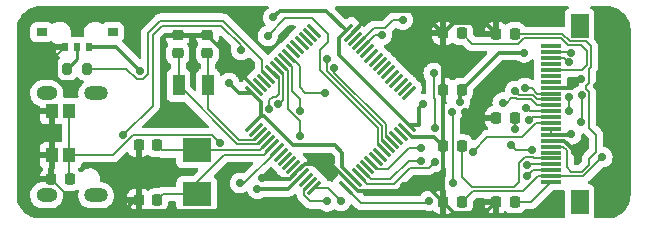
<source format=gbr>
%TF.GenerationSoftware,KiCad,Pcbnew,(6.0.6-1)-1*%
%TF.CreationDate,2022-08-11T03:14:30+08:00*%
%TF.ProjectId,card,63617264-2e6b-4696-9361-645f70636258,rev?*%
%TF.SameCoordinates,Original*%
%TF.FileFunction,Copper,L1,Top*%
%TF.FilePolarity,Positive*%
%FSLAX46Y46*%
G04 Gerber Fmt 4.6, Leading zero omitted, Abs format (unit mm)*
G04 Created by KiCad (PCBNEW (6.0.6-1)-1) date 2022-08-11 03:14:30*
%MOMM*%
%LPD*%
G01*
G04 APERTURE LIST*
G04 Aperture macros list*
%AMRoundRect*
0 Rectangle with rounded corners*
0 $1 Rounding radius*
0 $2 $3 $4 $5 $6 $7 $8 $9 X,Y pos of 4 corners*
0 Add a 4 corners polygon primitive as box body*
4,1,4,$2,$3,$4,$5,$6,$7,$8,$9,$2,$3,0*
0 Add four circle primitives for the rounded corners*
1,1,$1+$1,$2,$3*
1,1,$1+$1,$4,$5*
1,1,$1+$1,$6,$7*
1,1,$1+$1,$8,$9*
0 Add four rect primitives between the rounded corners*
20,1,$1+$1,$2,$3,$4,$5,0*
20,1,$1+$1,$4,$5,$6,$7,0*
20,1,$1+$1,$6,$7,$8,$9,0*
20,1,$1+$1,$8,$9,$2,$3,0*%
G04 Aperture macros list end*
%TA.AperFunction,ComponentPad*%
%ADD10O,1.800000X1.200000*%
%TD*%
%TA.AperFunction,ComponentPad*%
%ADD11O,2.000000X1.200000*%
%TD*%
%TA.AperFunction,SMDPad,CuDef*%
%ADD12R,2.400000X2.000000*%
%TD*%
%TA.AperFunction,SMDPad,CuDef*%
%ADD13R,0.599400X0.701000*%
%TD*%
%TA.AperFunction,SMDPad,CuDef*%
%ADD14R,0.899200X0.701000*%
%TD*%
%TA.AperFunction,SMDPad,CuDef*%
%ADD15RoundRect,0.225000X-0.225000X-0.250000X0.225000X-0.250000X0.225000X0.250000X-0.225000X0.250000X0*%
%TD*%
%TA.AperFunction,SMDPad,CuDef*%
%ADD16RoundRect,0.200000X-0.200000X-0.275000X0.200000X-0.275000X0.200000X0.275000X-0.200000X0.275000X0*%
%TD*%
%TA.AperFunction,SMDPad,CuDef*%
%ADD17RoundRect,0.225000X0.225000X0.250000X-0.225000X0.250000X-0.225000X-0.250000X0.225000X-0.250000X0*%
%TD*%
%TA.AperFunction,SMDPad,CuDef*%
%ADD18RoundRect,0.225000X0.250000X-0.225000X0.250000X0.225000X-0.250000X0.225000X-0.250000X-0.225000X0*%
%TD*%
%TA.AperFunction,SMDPad,CuDef*%
%ADD19R,1.000000X1.800000*%
%TD*%
%TA.AperFunction,SMDPad,CuDef*%
%ADD20RoundRect,0.075000X-0.441942X-0.548008X0.548008X0.441942X0.441942X0.548008X-0.548008X-0.441942X0*%
%TD*%
%TA.AperFunction,SMDPad,CuDef*%
%ADD21RoundRect,0.075000X0.441942X-0.548008X0.548008X-0.441942X-0.441942X0.548008X-0.548008X0.441942X0*%
%TD*%
%TA.AperFunction,SMDPad,CuDef*%
%ADD22R,1.800900X0.299700*%
%TD*%
%TA.AperFunction,SMDPad,CuDef*%
%ADD23R,1.501100X1.999000*%
%TD*%
%TA.AperFunction,SMDPad,CuDef*%
%ADD24R,1.000800X1.249700*%
%TD*%
%TA.AperFunction,ViaPad*%
%ADD25C,0.700000*%
%TD*%
%TA.AperFunction,Conductor*%
%ADD26C,0.200000*%
%TD*%
%TA.AperFunction,Conductor*%
%ADD27C,0.300000*%
%TD*%
%TA.AperFunction,Conductor*%
%ADD28C,0.254000*%
%TD*%
G04 APERTURE END LIST*
D10*
%TO.P,USB1,4,EP*%
%TO.N,unconnected-(USB1-Pad4)*%
X28701584Y-30363632D03*
%TO.P,USB1,3,EP*%
%TO.N,unconnected-(USB1-Pad3)*%
X28701584Y-39003732D03*
D11*
%TO.P,USB1,2,EP*%
%TO.N,unconnected-(USB1-Pad2)*%
X32881684Y-30363632D03*
%TO.P,USB1,1,EP*%
%TO.N,unconnected-(USB1-Pad1)*%
X32881684Y-39003732D03*
%TD*%
D12*
%TO.P,Y1,1,1*%
%TO.N,OSC_IN*%
X41387858Y-35196814D03*
%TO.P,Y1,2,2*%
%TO.N,OSC_OUT*%
X41387858Y-38896814D03*
%TD*%
D13*
%TO.P,SW1,1,1*%
%TO.N,VDD*%
X32283025Y-26438264D03*
%TO.P,SW1,2,2*%
%TO.N,VSS*%
X30281425Y-26438264D03*
D14*
%TO.P,SW1,4,4*%
%TO.N,unconnected-(SW1-Pad4)*%
X28282525Y-25178464D03*
%TO.P,SW1,5,5*%
%TO.N,unconnected-(SW1-Pad5)*%
X34281925Y-25178464D03*
D13*
%TO.P,SW1,C,C*%
%TO.N,Net-(R3-Pad1)*%
X31282225Y-26438264D03*
%TD*%
D15*
%TO.P,C13,1*%
%TO.N,VSS*%
X62280748Y-34827884D03*
%TO.P,C13,2*%
%TO.N,Net-(C13-Pad2)*%
X63830748Y-34827884D03*
%TD*%
D16*
%TO.P,R3,1*%
%TO.N,Net-(R3-Pad1)*%
X30440218Y-28268957D03*
%TO.P,R3,2*%
%TO.N,BOOT0*%
X32090218Y-28268957D03*
%TD*%
D17*
%TO.P,C3,1*%
%TO.N,NRST*%
X30642146Y-37629399D03*
%TO.P,C3,2*%
%TO.N,VSS*%
X29092146Y-37629399D03*
%TD*%
D18*
%TO.P,C22,1*%
%TO.N,OSC32_OUT*%
X39786828Y-26991152D03*
%TO.P,C22,2*%
%TO.N,VSS*%
X39786828Y-25441152D03*
%TD*%
D19*
%TO.P,Y2,1,1*%
%TO.N,OSC32_IN*%
X42362377Y-29697894D03*
%TO.P,Y2,2,2*%
%TO.N,OSC32_OUT*%
X39862377Y-29697894D03*
%TD*%
D15*
%TO.P,C11,1*%
%TO.N,VSS*%
X62280748Y-25297104D03*
%TO.P,C11,2*%
%TO.N,Net-(C11-Pad2)*%
X63830748Y-25297104D03*
%TD*%
%TO.P,C17,1*%
%TO.N,VSS*%
X66757499Y-25331331D03*
%TO.P,C17,2*%
%TO.N,Net-(C17-Pad2)*%
X68307499Y-25331331D03*
%TD*%
D20*
%TO.P,U2,1,VDD*%
%TO.N,VDD*%
X46041111Y-33077206D03*
%TO.P,U2,2,PC13*%
%TO.N,unconnected-(U2-Pad2)*%
X46394664Y-33430759D03*
%TO.P,U2,3,PC14*%
%TO.N,OSC32_IN*%
X46748217Y-33784312D03*
%TO.P,U2,4,PC15*%
%TO.N,OSC32_OUT*%
X47101771Y-34137866D03*
%TO.P,U2,5,PH0*%
%TO.N,OSC_IN*%
X47455324Y-34491419D03*
%TO.P,U2,6,PH1*%
%TO.N,OSC_OUT*%
X47808878Y-34844973D03*
%TO.P,U2,7,NRST*%
%TO.N,NRST*%
X48162431Y-35198526D03*
%TO.P,U2,8,PC0*%
%TO.N,unconnected-(U2-Pad8)*%
X48515984Y-35552079D03*
%TO.P,U2,9,PC1*%
%TO.N,unconnected-(U2-Pad9)*%
X48869538Y-35905633D03*
%TO.P,U2,10,PC2*%
%TO.N,unconnected-(U2-Pad10)*%
X49223091Y-36259186D03*
%TO.P,U2,11,PC3*%
%TO.N,unconnected-(U2-Pad11)*%
X49576644Y-36612739D03*
%TO.P,U2,12,VSSA*%
%TO.N,VSS*%
X49930198Y-36966293D03*
%TO.P,U2,13,VDDA*%
%TO.N,VDDA*%
X50283751Y-37319846D03*
%TO.P,U2,14,PA0*%
%TO.N,unconnected-(U2-Pad14)*%
X50637305Y-37673400D03*
%TO.P,U2,15,PA1*%
%TO.N,RST*%
X50990858Y-38026953D03*
%TO.P,U2,16,PA2*%
%TO.N,D{slash}C*%
X51344411Y-38380506D03*
D21*
%TO.P,U2,17,PA3*%
%TO.N,BUSY*%
X54066773Y-38380506D03*
%TO.P,U2,18,VSS*%
%TO.N,VSS*%
X54420326Y-38026953D03*
%TO.P,U2,19,VDD*%
%TO.N,VDD*%
X54773879Y-37673400D03*
%TO.P,U2,20,PA4*%
%TO.N,CS*%
X55127433Y-37319846D03*
%TO.P,U2,21,PA5*%
%TO.N,CLK*%
X55480986Y-36966293D03*
%TO.P,U2,22,PA6*%
%TO.N,unconnected-(U2-Pad22)*%
X55834540Y-36612739D03*
%TO.P,U2,23,PA7*%
%TO.N,DIN*%
X56188093Y-36259186D03*
%TO.P,U2,24,PC4*%
%TO.N,unconnected-(U2-Pad24)*%
X56541646Y-35905633D03*
%TO.P,U2,25,PC5*%
%TO.N,unconnected-(U2-Pad25)*%
X56895200Y-35552079D03*
%TO.P,U2,26,PB0*%
%TO.N,/PB0*%
X57248753Y-35198526D03*
%TO.P,U2,27,PB1*%
%TO.N,/PB1*%
X57602306Y-34844973D03*
%TO.P,U2,28,PB2*%
%TO.N,/PB2*%
X57955860Y-34491419D03*
%TO.P,U2,29,PB10*%
%TO.N,unconnected-(U2-Pad29)*%
X58309413Y-34137866D03*
%TO.P,U2,30,PB11*%
%TO.N,unconnected-(U2-Pad30)*%
X58662967Y-33784312D03*
%TO.P,U2,31,VSS*%
%TO.N,VSS*%
X59016520Y-33430759D03*
%TO.P,U2,32,VDD*%
%TO.N,VDD*%
X59370073Y-33077206D03*
D20*
%TO.P,U2,33,PB12*%
%TO.N,unconnected-(U2-Pad33)*%
X59370073Y-30354844D03*
%TO.P,U2,34,PB13*%
%TO.N,unconnected-(U2-Pad34)*%
X59016520Y-30001291D03*
%TO.P,U2,35,PB14*%
%TO.N,unconnected-(U2-Pad35)*%
X58662967Y-29647738D03*
%TO.P,U2,36,PB15*%
%TO.N,unconnected-(U2-Pad36)*%
X58309413Y-29294184D03*
%TO.P,U2,37,PC6*%
%TO.N,unconnected-(U2-Pad37)*%
X57955860Y-28940631D03*
%TO.P,U2,38,PC7*%
%TO.N,unconnected-(U2-Pad38)*%
X57602306Y-28587077D03*
%TO.P,U2,39,PC8*%
%TO.N,unconnected-(U2-Pad39)*%
X57248753Y-28233524D03*
%TO.P,U2,40,PC9*%
%TO.N,unconnected-(U2-Pad40)*%
X56895200Y-27879971D03*
%TO.P,U2,41,PA8*%
%TO.N,unconnected-(U2-Pad41)*%
X56541646Y-27526417D03*
%TO.P,U2,42,PA9*%
%TO.N,unconnected-(U2-Pad42)*%
X56188093Y-27172864D03*
%TO.P,U2,43,PA10*%
%TO.N,unconnected-(U2-Pad43)*%
X55834540Y-26819311D03*
%TO.P,U2,44,PA11*%
%TO.N,DM*%
X55480986Y-26465757D03*
%TO.P,U2,45,PA12*%
%TO.N,DP*%
X55127433Y-26112204D03*
%TO.P,U2,46,PA13*%
%TO.N,unconnected-(U2-Pad46)*%
X54773879Y-25758650D03*
%TO.P,U2,47,VSS*%
%TO.N,VSS*%
X54420326Y-25405097D03*
%TO.P,U2,48,VDD_USB*%
%TO.N,VDD*%
X54066773Y-25051544D03*
D21*
%TO.P,U2,49,PA14*%
%TO.N,unconnected-(U2-Pad49)*%
X51344411Y-25051544D03*
%TO.P,U2,50,PA15*%
%TO.N,unconnected-(U2-Pad50)*%
X50990858Y-25405097D03*
%TO.P,U2,51,PC10*%
%TO.N,unconnected-(U2-Pad51)*%
X50637305Y-25758650D03*
%TO.P,U2,52,PC11*%
%TO.N,unconnected-(U2-Pad52)*%
X50283751Y-26112204D03*
%TO.P,U2,53,PC12*%
%TO.N,unconnected-(U2-Pad53)*%
X49930198Y-26465757D03*
%TO.P,U2,54,PD2*%
%TO.N,unconnected-(U2-Pad54)*%
X49576644Y-26819311D03*
%TO.P,U2,55,PB3*%
%TO.N,/PB3*%
X49223091Y-27172864D03*
%TO.P,U2,56,PB4*%
%TO.N,/PB4*%
X48869538Y-27526417D03*
%TO.P,U2,57,PB5*%
%TO.N,/PB5*%
X48515984Y-27879971D03*
%TO.P,U2,58,PB6*%
%TO.N,/PB6*%
X48162431Y-28233524D03*
%TO.P,U2,59,PB7*%
%TO.N,/PB7*%
X47808878Y-28587077D03*
%TO.P,U2,60,BOOT0*%
%TO.N,BOOT0*%
X47455324Y-28940631D03*
%TO.P,U2,61,PB8*%
%TO.N,unconnected-(U2-Pad61)*%
X47101771Y-29294184D03*
%TO.P,U2,62,PB9*%
%TO.N,unconnected-(U2-Pad62)*%
X46748217Y-29647738D03*
%TO.P,U2,63,VSS*%
%TO.N,VSS*%
X46394664Y-30001291D03*
%TO.P,U2,64,VDD*%
%TO.N,VDD*%
X46041111Y-30354844D03*
%TD*%
D15*
%TO.P,C19,1*%
%TO.N,VSS*%
X66757499Y-39543890D03*
%TO.P,C19,2*%
%TO.N,Net-(C19-Pad2)*%
X68307499Y-39543890D03*
%TD*%
D17*
%TO.P,C15,1*%
%TO.N,OSC_OUT*%
X38020815Y-39398510D03*
%TO.P,C15,2*%
%TO.N,VSS*%
X36470815Y-39398510D03*
%TD*%
%TO.P,C9,1*%
%TO.N,OSC_IN*%
X38020815Y-34746219D03*
%TO.P,C9,2*%
%TO.N,VSS*%
X36470815Y-34746219D03*
%TD*%
D22*
%TO.P,P1,1,NC*%
%TO.N,unconnected-(P1-Pad1)*%
X71367002Y-26378010D03*
%TO.P,P1,2,GDR*%
%TO.N,/GDR*%
X71367002Y-26878410D03*
%TO.P,P1,3,RESE*%
%TO.N,/RESE*%
X71367002Y-27378810D03*
%TO.P,P1,4,NC*%
%TO.N,unconnected-(P1-Pad4)*%
X71367002Y-27879210D03*
%TO.P,P1,5,VSH2*%
%TO.N,Net-(C11-Pad2)*%
X71367002Y-28379610D03*
%TO.P,P1,6,TSCL*%
%TO.N,unconnected-(P1-Pad6)*%
X71367002Y-28877410D03*
%TO.P,P1,7,TSDA*%
%TO.N,unconnected-(P1-Pad7)*%
X71367002Y-29377810D03*
%TO.P,P1,8,BS*%
%TO.N,VSS*%
X71367002Y-29878210D03*
%TO.P,P1,9,BUSY*%
%TO.N,BUSY*%
X71367002Y-30378510D03*
%TO.P,P1,10,RES*%
%TO.N,RST*%
X71367002Y-30878910D03*
%TO.P,P1,11,D/C*%
%TO.N,D{slash}C*%
X71367002Y-31379310D03*
%TO.P,P1,12,CS*%
%TO.N,CS*%
X71367002Y-31879710D03*
%TO.P,P1,13,SCL*%
%TO.N,CLK*%
X71367002Y-32377510D03*
%TO.P,P1,14,SDA*%
%TO.N,DIN*%
X71367002Y-32877910D03*
%TO.P,P1,15,VDDIO*%
%TO.N,VDD*%
X71367002Y-33378310D03*
%TO.P,P1,16,VCI*%
X71367002Y-33878710D03*
%TO.P,P1,17,VSS*%
%TO.N,VSS*%
X71367002Y-34379010D03*
%TO.P,P1,18,VDD*%
%TO.N,Net-(C17-Pad2)*%
X71367002Y-34879410D03*
%TO.P,P1,19,VPP*%
%TO.N,unconnected-(P1-Pad19)*%
X71367002Y-35377310D03*
%TO.P,P1,20,VSH1*%
%TO.N,Net-(C13-Pad2)*%
X71367002Y-35877610D03*
%TO.P,P1,21,PREVGH*%
%TO.N,/PREVGH*%
X71367002Y-36378010D03*
%TO.P,P1,22,VSL*%
%TO.N,Net-(C18-Pad2)*%
X71367002Y-36878410D03*
%TO.P,P1,23,PREVGL*%
%TO.N,/PREVGL*%
X71367002Y-37378810D03*
%TO.P,P1,24,VCOM*%
%TO.N,Net-(C19-Pad2)*%
X71367002Y-37879210D03*
D23*
%TO.P,P1,25*%
%TO.N,unconnected-(P1-Pad25)*%
X73815602Y-39578410D03*
%TO.P,P1,26*%
%TO.N,unconnected-(P1-Pad26)*%
X73815602Y-24678810D03*
%TD*%
D18*
%TO.P,C21,1*%
%TO.N,OSC32_IN*%
X42309872Y-26972600D03*
%TO.P,C21,2*%
%TO.N,VSS*%
X42309872Y-25422600D03*
%TD*%
D15*
%TO.P,C18,1*%
%TO.N,VSS*%
X66757499Y-32437610D03*
%TO.P,C18,2*%
%TO.N,Net-(C18-Pad2)*%
X68307499Y-32437610D03*
%TD*%
%TO.P,C14,1*%
%TO.N,VSS*%
X62280748Y-39593274D03*
%TO.P,C14,2*%
%TO.N,/PREVGL*%
X63830748Y-39593274D03*
%TD*%
D24*
%TO.P,SW2,1,1*%
%TO.N,VSS*%
X29120780Y-35606994D03*
%TO.P,SW2,2,2*%
X29120780Y-31857994D03*
%TO.P,SW2,3,3*%
%TO.N,NRST*%
X30619380Y-35606994D03*
%TO.P,SW2,4,4*%
X30619380Y-31857994D03*
%TD*%
D15*
%TO.P,C12,1*%
%TO.N,VSS*%
X62280748Y-30062494D03*
%TO.P,C12,2*%
%TO.N,VDD*%
X63830748Y-30062494D03*
%TD*%
D25*
%TO.N,VDD*%
X63654845Y-31131817D03*
X36597883Y-28455543D03*
X44154755Y-29494166D03*
X69132736Y-26914367D03*
X73127714Y-33816117D03*
X60596338Y-31264547D03*
X47877469Y-23942112D03*
%TO.N,VSS*%
X43280084Y-40293940D03*
X73929164Y-29147876D03*
X64121455Y-31958757D03*
X75301958Y-29705931D03*
X30818816Y-29547528D03*
X65239705Y-40223333D03*
X46929984Y-37544276D03*
X35627084Y-40293564D03*
X45152046Y-28758673D03*
X77221868Y-29906615D03*
X73420004Y-35298309D03*
X58905548Y-38211403D03*
X61019195Y-24035551D03*
%TO.N,VDDA*%
X46537724Y-38442812D03*
%TO.N,NRST*%
X43375415Y-34588870D03*
X45057102Y-37955623D03*
%TO.N,/PREVGH*%
X63030248Y-31932592D03*
X63117440Y-37963894D03*
X69379205Y-36444208D03*
%TO.N,/PREVGL*%
X75745240Y-35767315D03*
%TO.N,Net-(C18-Pad2)*%
X68386383Y-33416893D03*
X69762296Y-35161607D03*
X68045951Y-34750251D03*
X69336756Y-37388599D03*
%TO.N,/GDR*%
X73920630Y-32794330D03*
X73065318Y-26909056D03*
X73998865Y-30545477D03*
%TO.N,/RESE*%
X72913353Y-27744856D03*
X72948873Y-31856536D03*
X72913353Y-30657036D03*
%TO.N,BUSY*%
X61083239Y-39455719D03*
X69209933Y-29914532D03*
%TO.N,RST*%
X61531248Y-33301243D03*
X68346770Y-30162124D03*
X61451998Y-28645631D03*
X52455990Y-39513230D03*
%TO.N,D{slash}C*%
X53612153Y-39475934D03*
X67297763Y-31147250D03*
%TO.N,CS*%
X61531248Y-36164016D03*
X69300992Y-31575146D03*
%TO.N,CLK*%
X69492498Y-32654692D03*
X60427844Y-36069939D03*
%TO.N,DIN*%
X64769463Y-35290563D03*
X60418088Y-35006472D03*
%TO.N,DP*%
X58832536Y-24133947D03*
%TO.N,/PB0*%
X47413149Y-25497271D03*
%TO.N,/PB1*%
X52420256Y-27483902D03*
%TO.N,DM*%
X45140792Y-26707969D03*
X35157246Y-33900913D03*
X57080215Y-25444791D03*
%TO.N,/PB2*%
X53054607Y-28256693D03*
%TO.N,/PB3*%
X52225973Y-30339709D03*
%TO.N,/PB4*%
X50146121Y-31897477D03*
%TO.N,/PB5*%
X50126562Y-33991540D03*
%TO.N,/PB6*%
X48300938Y-31274102D03*
%TO.N,/PB7*%
X47548857Y-31693636D03*
%TD*%
D26*
%TO.N,NRST*%
X45057102Y-37955623D02*
X45426935Y-37955623D01*
X45426935Y-37955623D02*
X48162431Y-35220127D01*
X48162431Y-35220127D02*
X48162431Y-35198526D01*
D27*
%TO.N,VSS*%
X46929984Y-37544276D02*
X46971455Y-37585747D01*
X46971455Y-37585747D02*
X49310742Y-37585747D01*
X49310742Y-37585747D02*
X49930198Y-36966293D01*
D26*
%TO.N,Net-(C17-Pad2)*%
X72346976Y-25331331D02*
X72975201Y-25959556D01*
X75199468Y-35315927D02*
X74616625Y-35898770D01*
X74616625Y-30291010D02*
X74616625Y-33305533D01*
X73978764Y-37028810D02*
X73115588Y-37028810D01*
X72975201Y-25959556D02*
X74327485Y-25959556D01*
X74616625Y-36390949D02*
X73978764Y-37028810D01*
X74616625Y-28291315D02*
X74616625Y-29472934D01*
X74327485Y-25959556D02*
X74755845Y-26387916D01*
X74755845Y-26387916D02*
X74755845Y-28152095D01*
X68307499Y-25331331D02*
X72346976Y-25331331D01*
X74342207Y-29747352D02*
X74342207Y-30016592D01*
X74755845Y-28152095D02*
X74616625Y-28291315D01*
X74616625Y-29472934D02*
X74342207Y-29747352D01*
X74342207Y-30016592D02*
X74616625Y-30291010D01*
X74616625Y-33305533D02*
X75199468Y-33888376D01*
X75199468Y-33888376D02*
X75199468Y-35315927D01*
X74616625Y-35898770D02*
X74616625Y-36390949D01*
X73115588Y-37028810D02*
X72712312Y-36625534D01*
X72712312Y-36625534D02*
X72712312Y-35192782D01*
X72712312Y-35192782D02*
X72398940Y-34879410D01*
X72398940Y-34879410D02*
X71367002Y-34879410D01*
D27*
%TO.N,VSS*%
X75301958Y-29705931D02*
X75502642Y-29906615D01*
X75502642Y-29906615D02*
X77221868Y-29906615D01*
D26*
%TO.N,/PB4*%
X48869538Y-27526417D02*
X49451406Y-28108285D01*
%TO.N,VSS*%
X29567917Y-27151772D02*
X30281425Y-26438264D01*
X30818816Y-29547528D02*
X30754683Y-29483395D01*
X30754683Y-29483395D02*
X30085842Y-29483395D01*
X29567917Y-28965470D02*
X29567917Y-27151772D01*
X30085842Y-29483395D02*
X29567917Y-28965470D01*
X29120780Y-35606994D02*
X29120780Y-31857994D01*
%TO.N,NRST*%
X30619380Y-35606994D02*
X30619380Y-31857994D01*
%TO.N,BOOT0*%
X35419333Y-28268957D02*
X32090218Y-28268957D01*
%TO.N,VSS*%
X35627084Y-40293564D02*
X31756311Y-40293564D01*
X31756311Y-40293564D02*
X29092146Y-37629399D01*
%TO.N,DM*%
X37662512Y-31394940D02*
X37662512Y-25387621D01*
X35157246Y-33900913D02*
X35157246Y-33900206D01*
X35157246Y-33900206D02*
X37662512Y-31394940D01*
X38427533Y-24622600D02*
X43486728Y-24622600D01*
X37662512Y-25387621D02*
X38427533Y-24622600D01*
X43486728Y-24622600D02*
X45140792Y-26276664D01*
X45140792Y-26276664D02*
X45140792Y-26707969D01*
D27*
%TO.N,VDD*%
X60596338Y-31264547D02*
X60558150Y-31264547D01*
X60558150Y-31264547D02*
X60229206Y-31593491D01*
X47113520Y-32318960D02*
X49536100Y-34741540D01*
X46799357Y-32318960D02*
X46041111Y-33077206D01*
X54773879Y-37673400D02*
X53686914Y-36586435D01*
X46041111Y-30354844D02*
X46799357Y-31113090D01*
X34580604Y-26438264D02*
X36597883Y-28455543D01*
X46799357Y-32318960D02*
X47113520Y-32318960D01*
X53447318Y-25670999D02*
X54066773Y-25051544D01*
X46799357Y-31113090D02*
X46799357Y-32318960D01*
X53733782Y-35376169D02*
X53733782Y-36539567D01*
X59370073Y-33077206D02*
X60229206Y-33077206D01*
X63654845Y-31131817D02*
X63654845Y-30238397D01*
X59370073Y-33072689D02*
X53447318Y-27149934D01*
X63654845Y-30238397D02*
X63830748Y-30062494D01*
X73065121Y-33878710D02*
X73127714Y-33816117D01*
X48451189Y-23368392D02*
X52383621Y-23368392D01*
X46041111Y-30354844D02*
X45015433Y-30354844D01*
X53099153Y-34741540D02*
X53733782Y-35376169D01*
X66978875Y-26914367D02*
X69132736Y-26914367D01*
X45015433Y-30354844D02*
X44154755Y-29494166D01*
X32283025Y-26438264D02*
X34580604Y-26438264D01*
X53447318Y-27149934D02*
X53447318Y-25670999D01*
X71367002Y-33878710D02*
X73065121Y-33878710D01*
X52383621Y-23368392D02*
X54031417Y-25016188D01*
X53733782Y-36539567D02*
X53722270Y-36551079D01*
D26*
X71367002Y-33378310D02*
X71367002Y-33878710D01*
D27*
X49536100Y-34741540D02*
X53099153Y-34741540D01*
X47877469Y-23942112D02*
X48451189Y-23368392D01*
D26*
X59370073Y-33077206D02*
X59370073Y-33072689D01*
D27*
X60229206Y-33077206D02*
X60229206Y-31593491D01*
X63830748Y-30062494D02*
X66978875Y-26914367D01*
%TO.N,VSS*%
X54420326Y-38026953D02*
X55039781Y-38646408D01*
X54420326Y-38026953D02*
X52740211Y-36346838D01*
X60898877Y-38211403D02*
X62280748Y-39593274D01*
X58905548Y-38211403D02*
X60898877Y-38211403D01*
X63155748Y-40468274D02*
X62280748Y-39593274D01*
X72534936Y-34379010D02*
X73420004Y-35264078D01*
D26*
X35627460Y-40293940D02*
X35627084Y-40293564D01*
D27*
X66757499Y-32437610D02*
X64600308Y-32437610D01*
D26*
X29120780Y-31857994D02*
X29218610Y-31760164D01*
D27*
X59016520Y-33430759D02*
X59635975Y-34050214D01*
X77221868Y-29906615D02*
X77236511Y-29921258D01*
D26*
X55301874Y-24523549D02*
X55301874Y-24498408D01*
X73420004Y-35264078D02*
X73420004Y-35298309D01*
D27*
X54420326Y-25405097D02*
X55301874Y-24523549D01*
X63155748Y-24422104D02*
X65848272Y-24422104D01*
X43280084Y-40293940D02*
X35627460Y-40293940D01*
X60367591Y-23383947D02*
X56416335Y-23383947D01*
X65239705Y-40223333D02*
X64994764Y-40468274D01*
X61019195Y-24035551D02*
X60367591Y-23383947D01*
X61503078Y-34050214D02*
X62280748Y-34827884D01*
D26*
X42291320Y-25441152D02*
X42309872Y-25422600D01*
X29092146Y-37629399D02*
X29120780Y-37600765D01*
D27*
X77236511Y-29921258D02*
X77236511Y-29984122D01*
X59635975Y-34050214D02*
X61503078Y-34050214D01*
X56416335Y-23383947D02*
X55301874Y-24498408D01*
X39786828Y-25441152D02*
X42291320Y-25441152D01*
X64994764Y-40468274D02*
X63155748Y-40468274D01*
X36470815Y-39398510D02*
X36092843Y-39398510D01*
X58470544Y-38646408D02*
X55288640Y-38646408D01*
X36092843Y-39398510D02*
X35627084Y-39864269D01*
X62280748Y-25297104D02*
X61019195Y-24035551D01*
X62280748Y-39593274D02*
X62280748Y-34827884D01*
X58905548Y-38211403D02*
X58470544Y-38646408D01*
X62280748Y-25297104D02*
X63155748Y-24422104D01*
X45152046Y-28758673D02*
X45152046Y-28264774D01*
X65239705Y-40223333D02*
X66078056Y-40223333D01*
X45152046Y-28264774D02*
X42309872Y-25422600D01*
X66078056Y-40223333D02*
X66757499Y-39543890D01*
X62280748Y-30062494D02*
X62280748Y-25297104D01*
X35627084Y-39864269D02*
X35627084Y-40293564D01*
X73198830Y-29878210D02*
X73929164Y-29147876D01*
X71367002Y-34379010D02*
X72534936Y-34379010D01*
D26*
X29120780Y-37600765D02*
X29120780Y-35606994D01*
D27*
X50549653Y-36346838D02*
X49930198Y-36966293D01*
X36470815Y-39398510D02*
X36086173Y-39398510D01*
X45152046Y-28758673D02*
X46394664Y-30001291D01*
X64600308Y-32437610D02*
X64121455Y-31958757D01*
X55039781Y-38646408D02*
X55288640Y-38646408D01*
X65848272Y-24422104D02*
X66757499Y-25331331D01*
X36470815Y-34746219D02*
X36470815Y-39398510D01*
X62280748Y-34827884D02*
X62280748Y-30062494D01*
X52740211Y-36346838D02*
X50549653Y-36346838D01*
D26*
X42582401Y-25422600D02*
X42309872Y-25422600D01*
D27*
X71367002Y-29878210D02*
X73198830Y-29878210D01*
%TO.N,VDDA*%
X49164422Y-38442812D02*
X49463732Y-38143502D01*
X50283751Y-37319846D02*
X49463732Y-38139867D01*
D26*
X49463732Y-38139867D02*
X49463732Y-38143502D01*
D27*
X49164422Y-38442812D02*
X46537724Y-38442812D01*
D26*
%TO.N,NRST*%
X42707764Y-33921219D02*
X43375415Y-34588870D01*
X30619380Y-37606633D02*
X30619380Y-35606994D01*
X30642146Y-37629399D02*
X30619380Y-37606633D01*
X35984762Y-33921219D02*
X42707764Y-33921219D01*
X34298987Y-35606994D02*
X35984762Y-33921219D01*
X30619380Y-35606994D02*
X34298987Y-35606994D01*
%TO.N,/PREVGH*%
X63079641Y-31981985D02*
X63030248Y-31932592D01*
X63079641Y-33493143D02*
X63079641Y-31981985D01*
X63080748Y-33494250D02*
X63079641Y-33493143D01*
X71367002Y-36378010D02*
X69445403Y-36378010D01*
X63117440Y-37963894D02*
X63080748Y-37927202D01*
X69445403Y-36378010D02*
X69379205Y-36444208D01*
X63080748Y-37927202D02*
X63080748Y-33494250D01*
%TO.N,OSC_IN*%
X46749929Y-35196814D02*
X47455324Y-34491419D01*
X38020815Y-34746219D02*
X38471410Y-35196814D01*
X41387858Y-35196814D02*
X46749929Y-35196814D01*
X38471410Y-35196814D02*
X41387858Y-35196814D01*
%TO.N,Net-(C11-Pad2)*%
X73930409Y-26309556D02*
X74405845Y-26784992D01*
X72202002Y-25681331D02*
X72830227Y-26309556D01*
X74033355Y-28379610D02*
X71367002Y-28379610D01*
X69111560Y-25681331D02*
X72202002Y-25681331D01*
X72830227Y-26309556D02*
X73930409Y-26309556D01*
X64713402Y-26179758D02*
X68613133Y-26179758D01*
X63830748Y-25297104D02*
X64713402Y-26179758D01*
X68613133Y-26179758D02*
X69111560Y-25681331D01*
X74405845Y-26784992D02*
X74405845Y-28007120D01*
X74405845Y-28007120D02*
X74033355Y-28379610D01*
%TO.N,Net-(C13-Pad2)*%
X69197582Y-35778009D02*
X69852731Y-35778009D01*
X68713006Y-37886546D02*
X68713006Y-36262585D01*
X63830748Y-34827884D02*
X63830748Y-37428572D01*
X68713006Y-36262585D02*
X69197582Y-35778009D01*
X71367002Y-35877610D02*
X69952332Y-35877610D01*
X63830748Y-37428572D02*
X64701066Y-38298890D01*
X69952332Y-35877610D02*
X69852731Y-35778009D01*
X64701066Y-38298890D02*
X68300662Y-38298890D01*
X68300662Y-38298890D02*
X68713006Y-37886546D01*
%TO.N,/PREVGL*%
X69047022Y-38648890D02*
X64775132Y-38648890D01*
X64775132Y-38648890D02*
X63830748Y-39593274D01*
X70317102Y-37378810D02*
X69047022Y-38648890D01*
X71367002Y-37378810D02*
X70317102Y-37378810D01*
X75745240Y-35767315D02*
X74133745Y-37378810D01*
X74133745Y-37378810D02*
X71367002Y-37378810D01*
%TO.N,OSC_OUT*%
X43740719Y-35546814D02*
X47107037Y-35546814D01*
X41387858Y-37899675D02*
X43740719Y-35546814D01*
X41387858Y-38896814D02*
X41387858Y-37899675D01*
X38020815Y-39398510D02*
X38522511Y-38896814D01*
X38522511Y-38896814D02*
X41387858Y-38896814D01*
X47107037Y-35546814D02*
X47808878Y-34844973D01*
%TO.N,Net-(C18-Pad2)*%
X68457307Y-35161607D02*
X69762296Y-35161607D01*
X69336756Y-37388599D02*
X69846945Y-36878410D01*
X69846945Y-36878410D02*
X71367002Y-36878410D01*
X68045951Y-34750251D02*
X68457307Y-35161607D01*
X68307499Y-32437610D02*
X68307499Y-33352194D01*
%TO.N,Net-(C19-Pad2)*%
X68307499Y-39543890D02*
X69702322Y-39543890D01*
X69702322Y-39543890D02*
X71367002Y-37879210D01*
%TO.N,OSC32_IN*%
X42362377Y-29697894D02*
X42362377Y-27025105D01*
X42362377Y-31702920D02*
X44966777Y-34307320D01*
X46225209Y-34307320D02*
X46748217Y-33784312D01*
X42362377Y-29697894D02*
X42362377Y-31702920D01*
X44966777Y-34307320D02*
X46225209Y-34307320D01*
X42362377Y-27025105D02*
X42309872Y-26972600D01*
%TO.N,OSC32_OUT*%
X39862377Y-29697894D02*
X44821803Y-34657320D01*
X46582317Y-34657320D02*
X47101771Y-34137866D01*
X39862377Y-29697894D02*
X39862377Y-27066701D01*
X39862377Y-27066701D02*
X39786828Y-26991152D01*
X44821803Y-34657320D02*
X46582317Y-34657320D01*
%TO.N,/GDR*%
X73920630Y-32794330D02*
X73998865Y-32716095D01*
X71367002Y-26878410D02*
X73034672Y-26878410D01*
X73034672Y-26878410D02*
X73065318Y-26909056D01*
X73998865Y-32716095D02*
X73998865Y-30545477D01*
%TO.N,/RESE*%
X72913353Y-31821016D02*
X72913353Y-30657036D01*
X72486071Y-27378810D02*
X71367002Y-27378810D01*
X72852117Y-27744856D02*
X72486071Y-27378810D01*
X72913353Y-27744856D02*
X72852117Y-27744856D01*
X72948873Y-31856536D02*
X72913353Y-31821016D01*
%TO.N,BUSY*%
X69209933Y-29914532D02*
X69759078Y-29914532D01*
X60895618Y-39643340D02*
X55329607Y-39643340D01*
X70223056Y-30378510D02*
X71367002Y-30378510D01*
X69759078Y-29914532D02*
X70223056Y-30378510D01*
X55329607Y-39643340D02*
X54066773Y-38380506D01*
%TO.N,RST*%
X61548600Y-33283891D02*
X61548600Y-30852133D01*
X61531248Y-33301243D02*
X61548600Y-33283891D01*
X61548600Y-30852133D02*
X61451998Y-30755531D01*
X61451998Y-30755531D02*
X61451998Y-28645631D01*
X68346770Y-30162124D02*
X68699178Y-30514532D01*
X50471403Y-38961802D02*
X51022831Y-39513230D01*
X50471403Y-38546408D02*
X50471403Y-38961802D01*
X51022831Y-39513230D02*
X52455990Y-39513230D01*
X68699178Y-30514532D02*
X69864104Y-30514532D01*
X50990858Y-38026953D02*
X50471403Y-38546408D01*
X70228482Y-30878910D02*
X71367002Y-30878910D01*
X69864104Y-30514532D02*
X70228482Y-30878910D01*
%TO.N,D{slash}C*%
X69719130Y-30864532D02*
X70233908Y-31379310D01*
X67629401Y-31147250D02*
X68014527Y-30762124D01*
X67297763Y-31147250D02*
X67629401Y-31147250D01*
X51344411Y-38380506D02*
X52516725Y-38380506D01*
X68451795Y-30762124D02*
X68554203Y-30864532D01*
X68014527Y-30762124D02*
X68451795Y-30762124D01*
X68554203Y-30864532D02*
X69719130Y-30864532D01*
X70233908Y-31379310D02*
X71367002Y-31379310D01*
X52516725Y-38380506D02*
X53612153Y-39475934D01*
%TO.N,CS*%
X69300992Y-31575146D02*
X69605556Y-31879710D01*
X61531248Y-36164016D02*
X61025325Y-36669939D01*
X61025325Y-36669939D02*
X59457062Y-36669939D01*
X55814794Y-38007207D02*
X55127433Y-37319846D01*
X69605556Y-31879710D02*
X71367002Y-31879710D01*
X59457062Y-36669939D02*
X58119794Y-38007207D01*
X58119794Y-38007207D02*
X55814794Y-38007207D01*
%TO.N,CLK*%
X55493379Y-36966293D02*
X56184293Y-37657207D01*
X55480986Y-36966293D02*
X55493379Y-36966293D01*
X69492498Y-32654692D02*
X69769680Y-32377510D01*
X57784847Y-37657207D02*
X59372115Y-36069939D01*
X69769680Y-32377510D02*
X71367002Y-32377510D01*
X56184293Y-37657207D02*
X57784847Y-37657207D01*
X59372115Y-36069939D02*
X60427844Y-36069939D01*
%TO.N,DIN*%
X56188093Y-36259186D02*
X56707548Y-36778641D01*
X65976454Y-34083572D02*
X68911440Y-34083572D01*
X57555337Y-36778641D02*
X59370012Y-34963966D01*
X64769463Y-35290563D02*
X65976454Y-34083572D01*
X56707548Y-36778641D02*
X57555337Y-36778641D01*
X60375582Y-34963966D02*
X60418088Y-35006472D01*
X68911440Y-34083572D02*
X70117102Y-32877910D01*
X70117102Y-32877910D02*
X71367002Y-32877910D01*
X59370012Y-34963966D02*
X60375582Y-34963966D01*
D28*
%TO.N,Net-(R3-Pad1)*%
X31282225Y-26438264D02*
X31282225Y-27426950D01*
X31282225Y-27426950D02*
X30440218Y-28268957D01*
D26*
%TO.N,BOOT0*%
X46935870Y-28421177D02*
X47455324Y-28940631D01*
X37312512Y-28730864D02*
X37312512Y-25224834D01*
X37312512Y-25224834D02*
X38326452Y-24210894D01*
X38326452Y-24210894D02*
X43610035Y-24210894D01*
X46935870Y-27536729D02*
X46935870Y-28421177D01*
X35419333Y-28268957D02*
X36306926Y-29156550D01*
X43610035Y-24210894D02*
X46935870Y-27536729D01*
X36886826Y-29156550D02*
X37312512Y-28730864D01*
X36306926Y-29156550D02*
X36886826Y-29156550D01*
%TO.N,DP*%
X56394846Y-24844791D02*
X55127433Y-26112204D01*
X58832536Y-24133947D02*
X58039588Y-24133947D01*
X58039588Y-24133947D02*
X57328744Y-24844791D01*
X57328744Y-24844791D02*
X56394846Y-24844791D01*
%TO.N,/PB0*%
X51820256Y-26685106D02*
X52493594Y-26011768D01*
X51182975Y-24006875D02*
X48903545Y-24006875D01*
X52493594Y-25317494D02*
X51182975Y-24006875D01*
X52493594Y-26011768D02*
X52493594Y-25317494D01*
X56729298Y-33309382D02*
X51820256Y-28400340D01*
X57248753Y-35198526D02*
X56729298Y-34679071D01*
X48903545Y-24006875D02*
X47413149Y-25497271D01*
X51820256Y-28400340D02*
X51820256Y-26685106D01*
X56729298Y-34679071D02*
X56729298Y-33309382D01*
%TO.N,/PB1*%
X57082852Y-34325519D02*
X57082852Y-33133467D01*
X57082852Y-33133467D02*
X52420256Y-28470871D01*
X52420256Y-28470871D02*
X52420256Y-27483902D01*
X57602306Y-34844973D02*
X57082852Y-34325519D01*
%TO.N,DM*%
X56501952Y-25444791D02*
X55480986Y-26465757D01*
X57080215Y-25444791D02*
X56501952Y-25444791D01*
%TO.N,/PB2*%
X53054607Y-28256693D02*
X53054607Y-28610248D01*
X57436405Y-33971964D02*
X57955860Y-34491419D01*
X53054607Y-28610248D02*
X57436405Y-32992046D01*
X57436405Y-32992046D02*
X57436405Y-33971964D01*
%TO.N,/PB3*%
X50113686Y-29850640D02*
X50113686Y-28063459D01*
X50113686Y-28063459D02*
X49223091Y-27172864D01*
X52225973Y-30339709D02*
X50602755Y-30339709D01*
X50602755Y-30339709D02*
X50113686Y-29850640D01*
%TO.N,/PB4*%
X49451406Y-30140768D02*
X49451406Y-28108285D01*
X50146121Y-30835483D02*
X49451406Y-30140768D01*
X50146121Y-31897477D02*
X50146121Y-30835483D01*
%TO.N,/PB5*%
X48515984Y-27879971D02*
X49101406Y-28465393D01*
X50047109Y-32646994D02*
X50047109Y-32661012D01*
X50126562Y-32740465D02*
X50126562Y-33991540D01*
X49101406Y-28465393D02*
X49101406Y-31701291D01*
X50047109Y-32661012D02*
X50126562Y-32740465D01*
X49101406Y-31701291D02*
X50047109Y-32646994D01*
%TO.N,/PB6*%
X48681886Y-28752979D02*
X48681886Y-30893155D01*
X48681886Y-30893155D02*
X48300938Y-31274102D01*
X48162431Y-28233524D02*
X48681886Y-28752979D01*
%TO.N,/PB7*%
X48331886Y-28977714D02*
X47941249Y-28587077D01*
X48331886Y-30445621D02*
X48331886Y-28977714D01*
X47941249Y-28587077D02*
X47808878Y-28587077D01*
X47548857Y-31693636D02*
X47548857Y-30925758D01*
X47548857Y-30925758D02*
X47839265Y-30635350D01*
X48142157Y-30635350D02*
X48331886Y-30445621D01*
X47839265Y-30635350D02*
X48142157Y-30635350D01*
%TD*%
%TA.AperFunction,Conductor*%
%TO.N,VSS*%
G36*
X76108836Y-22975148D02*
G01*
X76123668Y-22977458D01*
X76123671Y-22977458D01*
X76132540Y-22978839D01*
X76148829Y-22976709D01*
X76173406Y-22975915D01*
X76217675Y-22978817D01*
X76390509Y-22990147D01*
X76406849Y-22992298D01*
X76611284Y-23032964D01*
X76646149Y-23039899D01*
X76662063Y-23044164D01*
X76893101Y-23122593D01*
X76908317Y-23128896D01*
X77110682Y-23228695D01*
X77127141Y-23236812D01*
X77141414Y-23245053D01*
X77344268Y-23380599D01*
X77357344Y-23390632D01*
X77528926Y-23541109D01*
X77540782Y-23551507D01*
X77552433Y-23563159D01*
X77707341Y-23739802D01*
X77713299Y-23746596D01*
X77723331Y-23759671D01*
X77734988Y-23777117D01*
X77858872Y-23962530D01*
X77867113Y-23976803D01*
X77975022Y-24195629D01*
X77981329Y-24210856D01*
X78059754Y-24441900D01*
X78064015Y-24457806D01*
X78105998Y-24668888D01*
X78111609Y-24697099D01*
X78113760Y-24713439D01*
X78114550Y-24725504D01*
X78127535Y-24923683D01*
X78126566Y-24945469D01*
X78126511Y-24949989D01*
X78125129Y-24958862D01*
X78126293Y-24967764D01*
X78129257Y-24990437D01*
X78130320Y-25006771D01*
X78130320Y-38915781D01*
X78128820Y-38935166D01*
X78126510Y-38949999D01*
X78126510Y-38950003D01*
X78125129Y-38958872D01*
X78126293Y-38967774D01*
X78126293Y-38967777D01*
X78127259Y-38975160D01*
X78128053Y-38999739D01*
X78113823Y-39216849D01*
X78111672Y-39233189D01*
X78099468Y-39294542D01*
X78065110Y-39467278D01*
X78064073Y-39472489D01*
X78059808Y-39488406D01*
X78050203Y-39516700D01*
X77981383Y-39719438D01*
X77975076Y-39734666D01*
X77867161Y-39953495D01*
X77858921Y-39967767D01*
X77723370Y-40170634D01*
X77713344Y-40183701D01*
X77634142Y-40274014D01*
X77552469Y-40367144D01*
X77540815Y-40378798D01*
X77533320Y-40385371D01*
X77371379Y-40527390D01*
X77357376Y-40539670D01*
X77344305Y-40549699D01*
X77141438Y-40685250D01*
X77127166Y-40693490D01*
X76908337Y-40801405D01*
X76893109Y-40807712D01*
X76878368Y-40812716D01*
X76662077Y-40886137D01*
X76646163Y-40890401D01*
X76526511Y-40914201D01*
X76406861Y-40938001D01*
X76390521Y-40940152D01*
X76180590Y-40953912D01*
X76157427Y-40952881D01*
X76153970Y-40952839D01*
X76145096Y-40951457D01*
X76136194Y-40952621D01*
X76136192Y-40952621D01*
X76122735Y-40954381D01*
X76113534Y-40955584D01*
X76097199Y-40956648D01*
X75149068Y-40956648D01*
X75080947Y-40936646D01*
X75034454Y-40882990D01*
X75024350Y-40812716D01*
X75031086Y-40786418D01*
X75050009Y-40735943D01*
X75067897Y-40688226D01*
X75074652Y-40626044D01*
X75074652Y-38530776D01*
X75067897Y-38468594D01*
X75016767Y-38332205D01*
X74929413Y-38215649D01*
X74812857Y-38128295D01*
X74676468Y-38077165D01*
X74614286Y-38070410D01*
X74603189Y-38070410D01*
X74535068Y-38050408D01*
X74488575Y-37996752D01*
X74478471Y-37926478D01*
X74507965Y-37861898D01*
X74526483Y-37844449D01*
X74535817Y-37837287D01*
X74535820Y-37837284D01*
X74567732Y-37812797D01*
X74587203Y-37787423D01*
X74598061Y-37775043D01*
X75710384Y-36662720D01*
X75772696Y-36628694D01*
X75799479Y-36625815D01*
X75835472Y-36625815D01*
X75841925Y-36624443D01*
X75841929Y-36624443D01*
X75940090Y-36603578D01*
X76011992Y-36588295D01*
X76022454Y-36583637D01*
X76170825Y-36517578D01*
X76170827Y-36517577D01*
X76176855Y-36514893D01*
X76207883Y-36492350D01*
X76317509Y-36412702D01*
X76317511Y-36412700D01*
X76322853Y-36408819D01*
X76354668Y-36373485D01*
X76439188Y-36279616D01*
X76439189Y-36279615D01*
X76443607Y-36274708D01*
X76516148Y-36149063D01*
X76530535Y-36124145D01*
X76530536Y-36124144D01*
X76533839Y-36118422D01*
X76577339Y-35984541D01*
X76587565Y-35953069D01*
X76587565Y-35953068D01*
X76589605Y-35946790D01*
X76591153Y-35932067D01*
X76607779Y-35773880D01*
X76608469Y-35767315D01*
X76605590Y-35739919D01*
X76590295Y-35594404D01*
X76590295Y-35594403D01*
X76589605Y-35587840D01*
X76584209Y-35571231D01*
X76535881Y-35422493D01*
X76533839Y-35416208D01*
X76524505Y-35400040D01*
X76489090Y-35338701D01*
X76443607Y-35259922D01*
X76436408Y-35251926D01*
X76327275Y-35130722D01*
X76327274Y-35130721D01*
X76322853Y-35125811D01*
X76297074Y-35107081D01*
X76182197Y-35023618D01*
X76182196Y-35023617D01*
X76176855Y-35019737D01*
X76170827Y-35017053D01*
X76170825Y-35017052D01*
X76018023Y-34949020D01*
X76018021Y-34949020D01*
X76011992Y-34946335D01*
X75938237Y-34930658D01*
X75907771Y-34924182D01*
X75845298Y-34890453D01*
X75810976Y-34828304D01*
X75807968Y-34800935D01*
X75807968Y-33936512D01*
X75809046Y-33920066D01*
X75812140Y-33896564D01*
X75813218Y-33888376D01*
X75807968Y-33848498D01*
X75807968Y-33848491D01*
X75792306Y-33729526D01*
X75730992Y-33581501D01*
X75686540Y-33523570D01*
X75657945Y-33486304D01*
X75657942Y-33486301D01*
X75633455Y-33454389D01*
X75622134Y-33445702D01*
X75608089Y-33434924D01*
X75595698Y-33424057D01*
X75262030Y-33090389D01*
X75228004Y-33028077D01*
X75225125Y-33001294D01*
X75225125Y-30339154D01*
X75226203Y-30322708D01*
X75229298Y-30299198D01*
X75230376Y-30291010D01*
X75209463Y-30132159D01*
X75148149Y-29984134D01*
X75128613Y-29958674D01*
X75103013Y-29892457D01*
X75117277Y-29822908D01*
X75128608Y-29805276D01*
X75148149Y-29779810D01*
X75209463Y-29631785D01*
X75230376Y-29472934D01*
X75226203Y-29441235D01*
X75225125Y-29424790D01*
X75225125Y-28582861D01*
X75245127Y-28514740D01*
X75251162Y-28506157D01*
X75278932Y-28469966D01*
X75287369Y-28458971D01*
X75348683Y-28310946D01*
X75352041Y-28285433D01*
X75352730Y-28280203D01*
X75352730Y-28280202D01*
X75364345Y-28191980D01*
X75364345Y-28191975D01*
X75368517Y-28160284D01*
X75369595Y-28152095D01*
X75365423Y-28120402D01*
X75364345Y-28103959D01*
X75364345Y-26436060D01*
X75365423Y-26419614D01*
X75368518Y-26396104D01*
X75369596Y-26387916D01*
X75348683Y-26229066D01*
X75344394Y-26218710D01*
X75310545Y-26136993D01*
X75287369Y-26081040D01*
X75214323Y-25985845D01*
X75214319Y-25985841D01*
X75205383Y-25974195D01*
X75194861Y-25960482D01*
X75194858Y-25960479D01*
X75189832Y-25953929D01*
X75180106Y-25946466D01*
X75164466Y-25934464D01*
X75152075Y-25923597D01*
X75105608Y-25877130D01*
X75071582Y-25814818D01*
X75069440Y-25774429D01*
X75074283Y-25729846D01*
X75074284Y-25729836D01*
X75074652Y-25726444D01*
X75074652Y-23631176D01*
X75067897Y-23568994D01*
X75016767Y-23432605D01*
X74929413Y-23316049D01*
X74812857Y-23228695D01*
X74804448Y-23225543D01*
X74804447Y-23225542D01*
X74783342Y-23217630D01*
X74726577Y-23174989D01*
X74701877Y-23108427D01*
X74717084Y-23039078D01*
X74767370Y-22988960D01*
X74827571Y-22973648D01*
X76089450Y-22973648D01*
X76108836Y-22975148D01*
G37*
%TD.AperFunction*%
%TA.AperFunction,Conductor*%
G36*
X47430211Y-22993650D02*
G01*
X47476704Y-23047306D01*
X47486808Y-23117580D01*
X47457314Y-23182160D01*
X47436151Y-23201584D01*
X47305200Y-23296725D01*
X47305198Y-23296727D01*
X47299856Y-23300608D01*
X47295435Y-23305518D01*
X47295434Y-23305519D01*
X47222637Y-23386369D01*
X47179102Y-23434719D01*
X47088870Y-23591005D01*
X47080910Y-23615503D01*
X47036426Y-23752414D01*
X47033104Y-23762637D01*
X47032414Y-23769200D01*
X47032414Y-23769201D01*
X47030916Y-23783457D01*
X47014240Y-23942112D01*
X47014930Y-23948677D01*
X47023919Y-24034195D01*
X47033104Y-24121587D01*
X47088870Y-24293219D01*
X47092173Y-24298941D01*
X47092174Y-24298942D01*
X47108150Y-24326613D01*
X47179102Y-24449505D01*
X47200360Y-24473115D01*
X47231076Y-24537119D01*
X47222313Y-24607573D01*
X47176850Y-24662104D01*
X47148618Y-24675819D01*
X47146397Y-24676291D01*
X47140368Y-24678975D01*
X47140366Y-24678976D01*
X46987565Y-24747008D01*
X46987563Y-24747009D01*
X46981535Y-24749693D01*
X46976194Y-24753573D01*
X46976193Y-24753574D01*
X46840880Y-24851884D01*
X46840878Y-24851886D01*
X46835536Y-24855767D01*
X46831115Y-24860677D01*
X46831114Y-24860678D01*
X46734694Y-24967764D01*
X46714782Y-24989878D01*
X46624550Y-25146164D01*
X46568784Y-25317796D01*
X46568094Y-25324359D01*
X46568094Y-25324360D01*
X46556785Y-25431960D01*
X46549920Y-25497271D01*
X46550610Y-25503836D01*
X46565084Y-25641539D01*
X46568784Y-25676746D01*
X46570824Y-25683024D01*
X46570824Y-25683025D01*
X46593308Y-25752224D01*
X46624550Y-25848378D01*
X46714782Y-26004664D01*
X46719200Y-26009571D01*
X46719201Y-26009572D01*
X46815882Y-26116947D01*
X46835536Y-26138775D01*
X46840878Y-26142656D01*
X46840880Y-26142658D01*
X46971080Y-26237254D01*
X46981534Y-26244849D01*
X46987562Y-26247533D01*
X46987564Y-26247534D01*
X47140366Y-26315566D01*
X47146397Y-26318251D01*
X47234657Y-26337011D01*
X47316460Y-26354399D01*
X47316464Y-26354399D01*
X47322917Y-26355771D01*
X47503381Y-26355771D01*
X47509834Y-26354399D01*
X47509838Y-26354399D01*
X47591641Y-26337011D01*
X47679901Y-26318251D01*
X47685932Y-26315566D01*
X47838734Y-26247534D01*
X47838736Y-26247533D01*
X47844764Y-26244849D01*
X47855218Y-26237254D01*
X47985418Y-26142658D01*
X47985420Y-26142656D01*
X47990762Y-26138775D01*
X48010416Y-26116947D01*
X48107097Y-26009572D01*
X48107098Y-26009571D01*
X48111516Y-26004664D01*
X48201748Y-25848378D01*
X48232990Y-25752224D01*
X48255474Y-25683025D01*
X48255474Y-25683024D01*
X48257514Y-25676746D01*
X48260674Y-25646679D01*
X48272029Y-25538649D01*
X48299043Y-25472992D01*
X48308244Y-25462725D01*
X49118689Y-24652280D01*
X49181001Y-24618254D01*
X49207784Y-24615375D01*
X49661247Y-24615375D01*
X49729368Y-24635377D01*
X49775861Y-24689033D01*
X49785965Y-24759307D01*
X49756471Y-24823887D01*
X49750342Y-24830470D01*
X49649658Y-24931154D01*
X49579611Y-25022441D01*
X49578375Y-25021492D01*
X49546593Y-25053274D01*
X49547542Y-25054510D01*
X49456255Y-25124557D01*
X49296104Y-25284708D01*
X49226057Y-25375995D01*
X49224818Y-25375044D01*
X49193038Y-25406824D01*
X49193989Y-25408063D01*
X49102702Y-25478110D01*
X48942551Y-25638261D01*
X48872504Y-25729548D01*
X48871268Y-25728599D01*
X48839486Y-25760381D01*
X48840435Y-25761617D01*
X48749148Y-25831664D01*
X48588997Y-25991815D01*
X48518950Y-26083102D01*
X48517711Y-26082151D01*
X48485931Y-26113931D01*
X48486882Y-26115170D01*
X48395595Y-26185217D01*
X48235444Y-26345368D01*
X48165397Y-26436655D01*
X48164158Y-26435704D01*
X48132378Y-26467484D01*
X48133329Y-26468723D01*
X48042042Y-26538770D01*
X47881891Y-26698921D01*
X47811844Y-26790208D01*
X47810608Y-26789259D01*
X47778826Y-26821041D01*
X47779775Y-26822277D01*
X47688488Y-26892324D01*
X47528337Y-27052475D01*
X47525821Y-27055753D01*
X47525820Y-27055755D01*
X47522035Y-27060688D01*
X47464698Y-27102557D01*
X47393827Y-27106781D01*
X47345379Y-27083959D01*
X47344503Y-27083287D01*
X47332099Y-27072410D01*
X44074350Y-23814660D01*
X44063483Y-23802269D01*
X44049048Y-23783457D01*
X44044022Y-23776907D01*
X44012110Y-23752420D01*
X44012104Y-23752414D01*
X43923464Y-23684398D01*
X43923462Y-23684397D01*
X43916911Y-23679370D01*
X43768886Y-23618056D01*
X43760699Y-23616978D01*
X43760698Y-23616978D01*
X43749493Y-23615503D01*
X43718297Y-23611396D01*
X43649920Y-23602394D01*
X43649917Y-23602394D01*
X43649909Y-23602393D01*
X43618224Y-23598222D01*
X43610035Y-23597144D01*
X43578342Y-23601316D01*
X43561899Y-23602394D01*
X38374596Y-23602394D01*
X38358150Y-23601316D01*
X38334640Y-23598221D01*
X38326452Y-23597143D01*
X38167601Y-23618056D01*
X38019576Y-23679370D01*
X37992743Y-23699960D01*
X37924389Y-23752409D01*
X37924373Y-23752423D01*
X37899018Y-23771878D01*
X37899015Y-23771881D01*
X37892465Y-23776907D01*
X37887435Y-23783462D01*
X37873000Y-23802273D01*
X37862133Y-23814664D01*
X36916278Y-24760519D01*
X36903887Y-24771386D01*
X36878525Y-24790847D01*
X36854038Y-24822759D01*
X36854035Y-24822762D01*
X36854029Y-24822770D01*
X36801737Y-24890918D01*
X36780988Y-24917958D01*
X36719674Y-25065983D01*
X36718006Y-25078651D01*
X36704012Y-25184949D01*
X36704012Y-25184954D01*
X36698762Y-25224834D01*
X36699840Y-25233022D01*
X36702934Y-25256524D01*
X36704012Y-25272970D01*
X36704012Y-27326223D01*
X36684010Y-27394344D01*
X36630354Y-27440837D01*
X36560080Y-27450941D01*
X36495500Y-27421447D01*
X36488917Y-27415318D01*
X35881860Y-26808260D01*
X35116785Y-26043185D01*
X35082759Y-25980873D01*
X35087824Y-25910057D01*
X35105054Y-25878525D01*
X35176754Y-25782856D01*
X35176755Y-25782854D01*
X35182140Y-25775669D01*
X35233270Y-25639280D01*
X35240025Y-25577098D01*
X35240025Y-24779830D01*
X35233270Y-24717648D01*
X35182140Y-24581259D01*
X35094786Y-24464703D01*
X34978230Y-24377349D01*
X34841841Y-24326219D01*
X34779659Y-24319464D01*
X33784191Y-24319464D01*
X33722009Y-24326219D01*
X33585620Y-24377349D01*
X33473388Y-24461462D01*
X33406883Y-24486310D01*
X33337500Y-24471257D01*
X33325553Y-24463849D01*
X33305362Y-24449711D01*
X33250654Y-24411404D01*
X33072020Y-24334102D01*
X32881490Y-24294299D01*
X32875098Y-24293964D01*
X32732182Y-24293964D01*
X32719138Y-24295289D01*
X32593528Y-24308048D01*
X32593527Y-24308048D01*
X32587179Y-24308693D01*
X32401443Y-24366899D01*
X32231204Y-24461264D01*
X32083418Y-24587932D01*
X31964120Y-24741730D01*
X31878184Y-24916375D01*
X31876575Y-24922553D01*
X31876574Y-24922555D01*
X31835915Y-25078651D01*
X31829121Y-25104732D01*
X31826739Y-25150180D01*
X31819517Y-25287986D01*
X31818934Y-25299108D01*
X31829602Y-25369648D01*
X31840908Y-25444406D01*
X31831318Y-25514752D01*
X31785217Y-25568745D01*
X31717244Y-25589244D01*
X31693715Y-25586572D01*
X31692241Y-25586019D01*
X31630059Y-25579264D01*
X30934391Y-25579264D01*
X30930994Y-25579633D01*
X30880059Y-25585166D01*
X30880057Y-25585166D01*
X30872209Y-25586019D01*
X30872025Y-25586088D01*
X30804534Y-25582565D01*
X30746890Y-25541120D01*
X30720804Y-25475089D01*
X30724356Y-25431923D01*
X30731219Y-25405578D01*
X30731219Y-25405575D01*
X30732829Y-25399396D01*
X30740601Y-25251102D01*
X30742682Y-25211401D01*
X30742682Y-25211397D01*
X30743016Y-25205020D01*
X30713910Y-25012565D01*
X30692781Y-24955138D01*
X30648905Y-24835885D01*
X30648904Y-24835884D01*
X30646701Y-24829895D01*
X30544132Y-24664469D01*
X30458649Y-24574073D01*
X30414785Y-24527688D01*
X30414784Y-24527687D01*
X30410396Y-24523047D01*
X30250954Y-24411404D01*
X30072320Y-24334102D01*
X29881790Y-24294299D01*
X29875398Y-24293964D01*
X29732482Y-24293964D01*
X29719438Y-24295289D01*
X29593828Y-24308048D01*
X29593827Y-24308048D01*
X29587479Y-24308693D01*
X29401743Y-24366899D01*
X29396154Y-24369997D01*
X29252352Y-24449708D01*
X29231504Y-24461264D01*
X29231494Y-24461246D01*
X29166383Y-24482953D01*
X29097583Y-24465430D01*
X29086258Y-24457862D01*
X29064945Y-24441889D01*
X28978830Y-24377349D01*
X28842441Y-24326219D01*
X28780259Y-24319464D01*
X27784791Y-24319464D01*
X27722609Y-24326219D01*
X27586220Y-24377349D01*
X27469664Y-24464703D01*
X27382310Y-24581259D01*
X27331180Y-24717648D01*
X27324425Y-24779830D01*
X27324425Y-25577098D01*
X27331180Y-25639280D01*
X27382310Y-25775669D01*
X27469664Y-25892225D01*
X27586220Y-25979579D01*
X27722609Y-26030709D01*
X27784791Y-26037464D01*
X28780259Y-26037464D01*
X28842441Y-26030709D01*
X28978830Y-25979579D01*
X28986017Y-25974193D01*
X28986650Y-25973718D01*
X28989899Y-25971283D01*
X29056403Y-25946434D01*
X29125786Y-25961485D01*
X29147623Y-25976607D01*
X29151854Y-25981081D01*
X29311296Y-26092724D01*
X29363166Y-26115170D01*
X29422496Y-26140845D01*
X29454967Y-26161257D01*
X29479590Y-26182593D01*
X29487273Y-26184264D01*
X29545066Y-26184264D01*
X29570832Y-26186927D01*
X29680460Y-26209829D01*
X29686852Y-26210164D01*
X29829768Y-26210164D01*
X29900587Y-26202970D01*
X29968422Y-26196080D01*
X29968423Y-26196080D01*
X29974771Y-26195435D01*
X29992023Y-26190029D01*
X30029698Y-26184264D01*
X30348025Y-26184264D01*
X30416146Y-26204266D01*
X30462639Y-26257922D01*
X30474025Y-26310264D01*
X30474025Y-26566264D01*
X30454023Y-26634385D01*
X30400367Y-26680878D01*
X30348025Y-26692264D01*
X29491841Y-26692264D01*
X29476602Y-26696739D01*
X29475397Y-26698129D01*
X29473726Y-26705812D01*
X29473726Y-26833433D01*
X29474096Y-26840254D01*
X29479620Y-26891116D01*
X29483246Y-26906368D01*
X29528401Y-27026818D01*
X29536939Y-27042413D01*
X29613440Y-27144488D01*
X29626001Y-27157049D01*
X29728076Y-27233550D01*
X29751543Y-27246398D01*
X29750332Y-27248609D01*
X29796405Y-27283223D01*
X29821101Y-27349786D01*
X29805890Y-27419134D01*
X29784502Y-27447653D01*
X29678579Y-27553576D01*
X29589746Y-27700258D01*
X29587475Y-27707505D01*
X29587474Y-27707507D01*
X29572095Y-27756583D01*
X29538465Y-27863895D01*
X29531718Y-27937322D01*
X29531719Y-28600591D01*
X29531982Y-28603449D01*
X29531982Y-28603458D01*
X29533034Y-28614902D01*
X29538465Y-28674019D01*
X29540464Y-28680397D01*
X29540464Y-28680398D01*
X29584289Y-28820242D01*
X29589746Y-28837656D01*
X29678579Y-28984338D01*
X29799837Y-29105596D01*
X29946519Y-29194429D01*
X29953766Y-29196700D01*
X29953768Y-29196701D01*
X29994591Y-29209494D01*
X30110156Y-29245710D01*
X30183583Y-29252457D01*
X30186481Y-29252457D01*
X30440883Y-29252456D01*
X30696852Y-29252456D01*
X30699710Y-29252193D01*
X30699719Y-29252193D01*
X30735222Y-29248931D01*
X30770280Y-29245710D01*
X30822019Y-29229496D01*
X30926668Y-29196701D01*
X30926670Y-29196700D01*
X30933917Y-29194429D01*
X31080599Y-29105596D01*
X31176123Y-29010072D01*
X31238435Y-28976046D01*
X31309250Y-28981111D01*
X31354313Y-29010072D01*
X31449837Y-29105596D01*
X31596519Y-29194429D01*
X31603766Y-29196700D01*
X31603768Y-29196701D01*
X31708417Y-29229496D01*
X31760156Y-29245710D01*
X31766821Y-29246322D01*
X31771792Y-29247318D01*
X31834658Y-29280307D01*
X31869710Y-29342047D01*
X31865818Y-29412937D01*
X31824883Y-29469950D01*
X31713764Y-29557236D01*
X31709832Y-29561767D01*
X31709829Y-29561770D01*
X31643701Y-29637976D01*
X31575132Y-29716995D01*
X31572132Y-29722181D01*
X31572129Y-29722185D01*
X31512585Y-29825111D01*
X31469211Y-29900086D01*
X31399823Y-30099903D01*
X31398962Y-30105838D01*
X31398962Y-30105840D01*
X31372114Y-30291010D01*
X31369471Y-30309236D01*
X31379251Y-30520531D01*
X31380655Y-30526356D01*
X31380655Y-30526357D01*
X31394382Y-30583318D01*
X31390897Y-30654229D01*
X31349627Y-30711999D01*
X31283676Y-30738285D01*
X31242741Y-30735420D01*
X31237494Y-30734172D01*
X31230096Y-30731399D01*
X31167914Y-30724644D01*
X30214926Y-30724644D01*
X30146805Y-30704642D01*
X30100312Y-30650986D01*
X30090230Y-30580564D01*
X30094244Y-30552885D01*
X30113797Y-30418028D01*
X30104017Y-30206733D01*
X30058509Y-30017901D01*
X30055865Y-30006931D01*
X30055864Y-30006929D01*
X30054459Y-30001098D01*
X30049056Y-29989213D01*
X29999668Y-29880591D01*
X29966910Y-29808545D01*
X29854407Y-29649945D01*
X29847996Y-29640907D01*
X29847995Y-29640906D01*
X29844530Y-29636021D01*
X29691734Y-29489751D01*
X29514036Y-29375012D01*
X29411170Y-29333556D01*
X29323416Y-29298190D01*
X29323413Y-29298189D01*
X29317847Y-29295946D01*
X29110247Y-29255404D01*
X29104685Y-29255132D01*
X28348738Y-29255132D01*
X28191018Y-29270180D01*
X27988050Y-29329724D01*
X27982723Y-29332468D01*
X27982722Y-29332468D01*
X27805335Y-29423828D01*
X27805332Y-29423830D01*
X27800004Y-29426574D01*
X27633664Y-29557236D01*
X27629732Y-29561767D01*
X27629729Y-29561770D01*
X27563601Y-29637976D01*
X27495032Y-29716995D01*
X27492032Y-29722181D01*
X27492029Y-29722185D01*
X27432485Y-29825111D01*
X27389111Y-29900086D01*
X27319723Y-30099903D01*
X27318862Y-30105838D01*
X27318862Y-30105840D01*
X27292014Y-30291010D01*
X27289371Y-30309236D01*
X27299151Y-30520531D01*
X27300555Y-30526356D01*
X27300555Y-30526357D01*
X27344382Y-30708210D01*
X27348709Y-30726166D01*
X27351191Y-30731624D01*
X27351192Y-30731628D01*
X27403500Y-30846673D01*
X27436258Y-30918719D01*
X27506332Y-31017505D01*
X27554261Y-31085072D01*
X27558638Y-31091243D01*
X27711434Y-31237513D01*
X27889132Y-31352252D01*
X27894698Y-31354495D01*
X28033478Y-31410425D01*
X28089184Y-31454440D01*
X28112380Y-31527291D01*
X28112380Y-31585879D01*
X28116855Y-31601118D01*
X28118245Y-31602323D01*
X28125928Y-31603994D01*
X29248780Y-31603994D01*
X29316901Y-31623996D01*
X29363394Y-31677652D01*
X29374780Y-31729994D01*
X29374780Y-32972728D01*
X29379255Y-32987967D01*
X29380645Y-32989172D01*
X29388328Y-32990843D01*
X29665849Y-32990843D01*
X29672670Y-32990473D01*
X29723532Y-32984949D01*
X29738783Y-32981323D01*
X29825138Y-32948950D01*
X29895945Y-32943767D01*
X29913601Y-32948951D01*
X29916761Y-32950136D01*
X29929115Y-32954768D01*
X29985878Y-32997412D01*
X30010574Y-33063975D01*
X30010880Y-33072748D01*
X30010880Y-34392240D01*
X29990878Y-34460361D01*
X29937222Y-34506854D01*
X29929115Y-34510220D01*
X29917255Y-34514667D01*
X29913602Y-34516036D01*
X29842796Y-34521222D01*
X29825138Y-34516038D01*
X29738786Y-34483666D01*
X29723531Y-34480039D01*
X29672666Y-34474513D01*
X29665852Y-34474144D01*
X29392895Y-34474144D01*
X29377656Y-34478619D01*
X29376451Y-34480009D01*
X29374780Y-34487692D01*
X29374780Y-36707597D01*
X29354778Y-36775718D01*
X29348030Y-36784732D01*
X29346146Y-36793392D01*
X29346146Y-37757399D01*
X29326144Y-37825520D01*
X29272488Y-37872013D01*
X29220146Y-37883399D01*
X28152261Y-37883399D01*
X28137022Y-37887873D01*
X28116825Y-37911183D01*
X28057069Y-37949576D01*
X27993806Y-37968135D01*
X27993802Y-37968136D01*
X27988050Y-37969824D01*
X27982718Y-37972570D01*
X27982716Y-37972571D01*
X27805335Y-38063928D01*
X27805332Y-38063930D01*
X27800004Y-38066674D01*
X27633664Y-38197336D01*
X27629732Y-38201867D01*
X27629729Y-38201870D01*
X27538384Y-38307136D01*
X27495032Y-38357095D01*
X27492032Y-38362281D01*
X27492029Y-38362285D01*
X27424072Y-38479754D01*
X27389111Y-38540186D01*
X27319723Y-38740003D01*
X27318862Y-38745938D01*
X27318862Y-38745940D01*
X27291426Y-38935166D01*
X27289371Y-38949336D01*
X27299151Y-39160631D01*
X27300555Y-39166456D01*
X27300555Y-39166457D01*
X27331424Y-39294542D01*
X27348709Y-39366266D01*
X27351191Y-39371724D01*
X27351192Y-39371728D01*
X27400688Y-39480587D01*
X27436258Y-39558819D01*
X27558638Y-39731343D01*
X27711434Y-39877613D01*
X27889132Y-39992352D01*
X27913975Y-40002364D01*
X28079752Y-40069174D01*
X28079755Y-40069175D01*
X28085321Y-40071418D01*
X28292921Y-40111960D01*
X28298483Y-40112232D01*
X29054430Y-40112232D01*
X29212150Y-40097184D01*
X29415118Y-40037640D01*
X29489059Y-39999558D01*
X29597833Y-39943536D01*
X29597836Y-39943534D01*
X29603164Y-39940790D01*
X29769504Y-39810128D01*
X29773436Y-39805597D01*
X29773439Y-39805594D01*
X29902395Y-39656985D01*
X29908136Y-39650369D01*
X29911136Y-39645183D01*
X29911139Y-39645179D01*
X30011051Y-39472474D01*
X30014057Y-39467278D01*
X30083445Y-39267461D01*
X30088415Y-39233182D01*
X30112936Y-39064068D01*
X30112936Y-39064065D01*
X30113797Y-39058128D01*
X30104017Y-38846833D01*
X30078983Y-38742957D01*
X30082468Y-38672046D01*
X30123738Y-38614276D01*
X30189688Y-38587989D01*
X30241141Y-38593842D01*
X30267389Y-38602548D01*
X30274226Y-38603248D01*
X30274228Y-38603249D01*
X30305101Y-38606412D01*
X30368414Y-38612899D01*
X30915878Y-38612899D01*
X30919124Y-38612562D01*
X30919128Y-38612562D01*
X30954381Y-38608904D01*
X31018165Y-38602286D01*
X31061018Y-38587989D01*
X31173470Y-38550472D01*
X31173472Y-38550471D01*
X31180414Y-38548155D01*
X31243005Y-38509422D01*
X31311455Y-38490586D01*
X31379225Y-38511748D01*
X31424796Y-38566188D01*
X31433699Y-38636625D01*
X31428333Y-38657902D01*
X31401791Y-38734333D01*
X31401790Y-38734339D01*
X31399823Y-38740003D01*
X31398962Y-38745938D01*
X31398962Y-38745940D01*
X31371526Y-38935166D01*
X31369471Y-38949336D01*
X31379251Y-39160631D01*
X31380655Y-39166456D01*
X31380655Y-39166457D01*
X31411524Y-39294542D01*
X31428809Y-39366266D01*
X31431291Y-39371724D01*
X31431292Y-39371728D01*
X31480788Y-39480587D01*
X31516358Y-39558819D01*
X31638738Y-39731343D01*
X31791534Y-39877613D01*
X31969232Y-39992352D01*
X31994075Y-40002364D01*
X32159852Y-40069174D01*
X32159855Y-40069175D01*
X32165421Y-40071418D01*
X32373021Y-40111960D01*
X32378583Y-40112232D01*
X33334530Y-40112232D01*
X33492250Y-40097184D01*
X33695218Y-40037640D01*
X33769159Y-39999558D01*
X33877933Y-39943536D01*
X33877936Y-39943534D01*
X33883264Y-39940790D01*
X34049604Y-39810128D01*
X34053536Y-39805597D01*
X34053539Y-39805594D01*
X34150420Y-39693948D01*
X35512815Y-39693948D01*
X35513152Y-39700463D01*
X35522709Y-39792567D01*
X35525603Y-39805966D01*
X35575196Y-39954617D01*
X35581370Y-39967796D01*
X35663603Y-40100683D01*
X35672639Y-40112084D01*
X35783244Y-40222496D01*
X35794655Y-40231508D01*
X35927695Y-40313514D01*
X35940876Y-40319661D01*
X36089629Y-40369001D01*
X36103005Y-40371868D01*
X36193912Y-40381182D01*
X36198941Y-40381439D01*
X36213939Y-40377035D01*
X36215144Y-40375645D01*
X36216815Y-40367962D01*
X36216815Y-39670625D01*
X36212340Y-39655386D01*
X36210950Y-39654181D01*
X36203267Y-39652510D01*
X35530930Y-39652510D01*
X35515691Y-39656985D01*
X35514486Y-39658375D01*
X35512815Y-39666058D01*
X35512815Y-39693948D01*
X34150420Y-39693948D01*
X34182495Y-39656985D01*
X34188236Y-39650369D01*
X34191236Y-39645183D01*
X34191239Y-39645179D01*
X34291151Y-39472474D01*
X34294157Y-39467278D01*
X34363545Y-39267461D01*
X34368515Y-39233182D01*
X34383999Y-39126395D01*
X35512815Y-39126395D01*
X35517290Y-39141634D01*
X35518680Y-39142839D01*
X35526363Y-39144510D01*
X36198700Y-39144510D01*
X36213939Y-39140035D01*
X36215144Y-39138645D01*
X36216815Y-39130962D01*
X36216815Y-38433625D01*
X36212340Y-38418386D01*
X36210950Y-38417181D01*
X36203267Y-38415510D01*
X36200377Y-38415510D01*
X36193862Y-38415847D01*
X36101758Y-38425404D01*
X36088359Y-38428298D01*
X35939708Y-38477891D01*
X35926529Y-38484065D01*
X35793642Y-38566298D01*
X35782241Y-38575334D01*
X35671829Y-38685939D01*
X35662817Y-38697350D01*
X35580811Y-38830390D01*
X35574664Y-38843571D01*
X35525324Y-38992324D01*
X35522457Y-39005700D01*
X35513143Y-39096607D01*
X35512815Y-39103024D01*
X35512815Y-39126395D01*
X34383999Y-39126395D01*
X34393036Y-39064068D01*
X34393036Y-39064065D01*
X34393897Y-39058128D01*
X34384117Y-38846833D01*
X34342140Y-38672655D01*
X34335965Y-38647031D01*
X34335964Y-38647029D01*
X34334559Y-38641198D01*
X34331623Y-38634739D01*
X34274644Y-38509423D01*
X34247010Y-38448645D01*
X34133278Y-38288313D01*
X34128096Y-38281007D01*
X34128095Y-38281006D01*
X34124630Y-38276121D01*
X33971834Y-38129851D01*
X33794136Y-38015112D01*
X33688508Y-37972543D01*
X33603516Y-37938290D01*
X33603513Y-37938289D01*
X33597947Y-37936046D01*
X33390347Y-37895504D01*
X33384785Y-37895232D01*
X33317014Y-37895232D01*
X33248893Y-37875230D01*
X33202400Y-37821574D01*
X33192706Y-37748653D01*
X33212585Y-37628574D01*
X33212585Y-37628571D01*
X33213700Y-37621837D01*
X33212793Y-37604516D01*
X33205334Y-37462219D01*
X33203937Y-37435565D01*
X33154404Y-37255734D01*
X33067409Y-37090734D01*
X33063004Y-37085521D01*
X33063001Y-37085517D01*
X32951420Y-36953479D01*
X32951416Y-36953475D01*
X32947013Y-36948265D01*
X32931285Y-36936240D01*
X32804253Y-36839116D01*
X32804249Y-36839113D01*
X32798832Y-36834972D01*
X32629780Y-36756142D01*
X32447744Y-36715452D01*
X32442021Y-36715132D01*
X32304888Y-36715132D01*
X32301492Y-36715501D01*
X32301491Y-36715501D01*
X32266428Y-36719310D01*
X32166047Y-36730215D01*
X31989261Y-36789710D01*
X31829375Y-36885779D01*
X31792755Y-36920409D01*
X31715736Y-36993242D01*
X31693848Y-37013940D01*
X31693800Y-37013889D01*
X31636813Y-37051232D01*
X31565819Y-37051863D01*
X31505754Y-37014012D01*
X31493097Y-36996959D01*
X31460398Y-36944117D01*
X31445898Y-36920686D01*
X31440716Y-36915513D01*
X31440712Y-36915508D01*
X31378481Y-36853386D01*
X31344401Y-36791104D01*
X31349404Y-36720284D01*
X31391933Y-36663387D01*
X31475860Y-36600487D01*
X31475861Y-36600486D01*
X31483041Y-36595105D01*
X31570395Y-36478549D01*
X31621525Y-36342160D01*
X31623076Y-36327883D01*
X31650320Y-36262322D01*
X31708684Y-36221897D01*
X31748339Y-36215494D01*
X34250851Y-36215494D01*
X34267294Y-36216572D01*
X34298987Y-36220744D01*
X34307176Y-36219666D01*
X34338861Y-36215495D01*
X34338871Y-36215494D01*
X34338872Y-36215494D01*
X34438444Y-36202385D01*
X34449651Y-36200910D01*
X34449653Y-36200909D01*
X34457838Y-36199832D01*
X34605863Y-36138518D01*
X34616438Y-36130404D01*
X34701059Y-36065471D01*
X34701062Y-36065468D01*
X34726421Y-36046009D01*
X34732974Y-36040981D01*
X34745422Y-36024759D01*
X34752439Y-36015615D01*
X34763306Y-36003224D01*
X35419033Y-35347497D01*
X35481345Y-35313471D01*
X35552160Y-35318536D01*
X35608996Y-35361083D01*
X35615273Y-35370290D01*
X35663605Y-35448394D01*
X35672639Y-35459793D01*
X35783244Y-35570205D01*
X35794655Y-35579217D01*
X35927695Y-35661223D01*
X35940876Y-35667370D01*
X36089629Y-35716710D01*
X36103005Y-35719577D01*
X36193912Y-35728891D01*
X36198941Y-35729148D01*
X36213939Y-35724744D01*
X36215144Y-35723354D01*
X36216815Y-35715671D01*
X36216815Y-34655719D01*
X36236817Y-34587598D01*
X36290473Y-34541105D01*
X36342815Y-34529719D01*
X36598815Y-34529719D01*
X36666936Y-34549721D01*
X36713429Y-34603377D01*
X36724815Y-34655719D01*
X36724815Y-35711104D01*
X36729290Y-35726343D01*
X36730680Y-35727548D01*
X36738363Y-35729219D01*
X36741253Y-35729219D01*
X36747768Y-35728882D01*
X36839872Y-35719325D01*
X36853271Y-35716431D01*
X37001922Y-35666838D01*
X37015101Y-35660664D01*
X37147988Y-35578431D01*
X37165126Y-35564848D01*
X37166656Y-35566778D01*
X37218695Y-35538316D01*
X37289514Y-35543332D01*
X37326432Y-35567018D01*
X37327187Y-35566062D01*
X37332933Y-35570600D01*
X37338113Y-35575771D01*
X37344343Y-35579611D01*
X37344344Y-35579612D01*
X37475835Y-35660664D01*
X37483714Y-35665521D01*
X37646058Y-35719368D01*
X37652895Y-35720068D01*
X37652897Y-35720069D01*
X37694216Y-35724302D01*
X37747083Y-35729719D01*
X38142805Y-35729719D01*
X38191022Y-35739310D01*
X38312559Y-35789652D01*
X38320747Y-35790730D01*
X38391985Y-35800109D01*
X38471410Y-35810565D01*
X38503109Y-35806392D01*
X38519554Y-35805314D01*
X39553358Y-35805314D01*
X39621479Y-35825316D01*
X39667972Y-35878972D01*
X39679358Y-35931314D01*
X39679358Y-36244948D01*
X39686113Y-36307130D01*
X39737243Y-36443519D01*
X39824597Y-36560075D01*
X39941153Y-36647429D01*
X40077542Y-36698559D01*
X40139724Y-36705314D01*
X41417480Y-36705314D01*
X41485601Y-36725316D01*
X41532094Y-36778972D01*
X41542198Y-36849246D01*
X41512704Y-36913826D01*
X41506575Y-36920409D01*
X41075575Y-37351409D01*
X41013263Y-37385435D01*
X40986480Y-37388314D01*
X40139724Y-37388314D01*
X40077542Y-37395069D01*
X39941153Y-37446199D01*
X39824597Y-37533553D01*
X39737243Y-37650109D01*
X39686113Y-37786498D01*
X39679358Y-37848680D01*
X39679358Y-38162314D01*
X39659356Y-38230435D01*
X39605700Y-38276928D01*
X39553358Y-38288314D01*
X38570647Y-38288314D01*
X38554201Y-38287236D01*
X38530699Y-38284142D01*
X38522511Y-38283064D01*
X38514323Y-38284142D01*
X38482640Y-38288313D01*
X38482631Y-38288314D01*
X38482626Y-38288314D01*
X38363661Y-38303976D01*
X38215636Y-38365290D01*
X38215634Y-38365291D01*
X38215635Y-38365291D01*
X38185862Y-38388136D01*
X38184772Y-38388973D01*
X38118552Y-38414573D01*
X38108069Y-38415010D01*
X37747083Y-38415010D01*
X37743837Y-38415347D01*
X37743833Y-38415347D01*
X37714545Y-38418386D01*
X37644796Y-38425623D01*
X37636778Y-38428298D01*
X37489491Y-38477437D01*
X37489489Y-38477438D01*
X37482547Y-38479754D01*
X37476323Y-38483606D01*
X37476322Y-38483606D01*
X37389730Y-38537191D01*
X37337102Y-38569758D01*
X37331929Y-38574940D01*
X37326192Y-38579487D01*
X37324760Y-38577680D01*
X37272240Y-38606412D01*
X37201420Y-38601402D01*
X37164962Y-38578011D01*
X37164132Y-38579062D01*
X37146975Y-38565512D01*
X37013935Y-38483506D01*
X37000754Y-38477359D01*
X36852001Y-38428019D01*
X36838625Y-38425152D01*
X36747718Y-38415838D01*
X36742689Y-38415581D01*
X36727691Y-38419985D01*
X36726486Y-38421375D01*
X36724815Y-38429058D01*
X36724815Y-40363395D01*
X36729290Y-40378634D01*
X36730680Y-40379839D01*
X36738363Y-40381510D01*
X36741253Y-40381510D01*
X36747768Y-40381173D01*
X36839872Y-40371616D01*
X36853271Y-40368722D01*
X37001922Y-40319129D01*
X37015101Y-40312955D01*
X37147988Y-40230722D01*
X37165126Y-40217139D01*
X37166656Y-40219069D01*
X37218695Y-40190607D01*
X37289514Y-40195623D01*
X37326432Y-40219309D01*
X37327187Y-40218353D01*
X37332933Y-40222891D01*
X37338113Y-40228062D01*
X37344343Y-40231902D01*
X37344344Y-40231903D01*
X37475835Y-40312955D01*
X37483714Y-40317812D01*
X37646058Y-40371659D01*
X37652895Y-40372359D01*
X37652897Y-40372360D01*
X37689421Y-40376102D01*
X37747083Y-40382010D01*
X38294547Y-40382010D01*
X38297793Y-40381673D01*
X38297797Y-40381673D01*
X38340105Y-40377283D01*
X38396834Y-40371397D01*
X38484818Y-40342043D01*
X38552139Y-40319583D01*
X38552141Y-40319582D01*
X38559083Y-40317266D01*
X38585408Y-40300976D01*
X38698300Y-40231116D01*
X38704528Y-40227262D01*
X38713422Y-40218353D01*
X38820196Y-40111392D01*
X38825367Y-40106212D01*
X38840074Y-40082353D01*
X38911277Y-39966841D01*
X38911278Y-39966839D01*
X38915117Y-39960611D01*
X38968964Y-39798267D01*
X38979315Y-39697242D01*
X38979315Y-39631314D01*
X38999317Y-39563193D01*
X39052973Y-39516700D01*
X39105315Y-39505314D01*
X39553358Y-39505314D01*
X39621479Y-39525316D01*
X39667972Y-39578972D01*
X39679358Y-39631314D01*
X39679358Y-39944948D01*
X39686113Y-40007130D01*
X39737243Y-40143519D01*
X39824597Y-40260075D01*
X39941153Y-40347429D01*
X40077542Y-40398559D01*
X40139724Y-40405314D01*
X42635992Y-40405314D01*
X42698174Y-40398559D01*
X42834563Y-40347429D01*
X42951119Y-40260075D01*
X43038473Y-40143519D01*
X43089603Y-40007130D01*
X43096358Y-39944948D01*
X43096358Y-37848680D01*
X43089603Y-37786498D01*
X43038473Y-37650109D01*
X42951119Y-37533553D01*
X42875016Y-37476517D01*
X42832501Y-37419658D01*
X42827475Y-37348839D01*
X42861486Y-37286596D01*
X43955862Y-36192219D01*
X44018174Y-36158194D01*
X44044957Y-36155314D01*
X46062505Y-36155314D01*
X46130626Y-36175316D01*
X46177119Y-36228972D01*
X46187223Y-36299246D01*
X46157729Y-36363826D01*
X46151600Y-36370409D01*
X45424608Y-37097401D01*
X45362296Y-37131427D01*
X45309316Y-37131553D01*
X45275349Y-37124333D01*
X45153791Y-37098495D01*
X45153787Y-37098495D01*
X45147334Y-37097123D01*
X44966870Y-37097123D01*
X44960417Y-37098495D01*
X44960413Y-37098495D01*
X44878610Y-37115883D01*
X44790350Y-37134643D01*
X44784321Y-37137327D01*
X44784319Y-37137328D01*
X44631518Y-37205360D01*
X44631516Y-37205361D01*
X44625488Y-37208045D01*
X44620147Y-37211925D01*
X44620146Y-37211926D01*
X44484833Y-37310236D01*
X44484831Y-37310238D01*
X44479489Y-37314119D01*
X44475068Y-37319029D01*
X44475067Y-37319030D01*
X44370139Y-37435565D01*
X44358735Y-37448230D01*
X44313804Y-37526053D01*
X44277047Y-37589718D01*
X44268503Y-37604516D01*
X44266461Y-37610801D01*
X44215789Y-37766756D01*
X44212737Y-37776148D01*
X44193873Y-37955623D01*
X44194563Y-37962188D01*
X44205935Y-38070378D01*
X44212737Y-38135098D01*
X44214777Y-38141376D01*
X44214777Y-38141377D01*
X44227346Y-38180061D01*
X44268503Y-38306730D01*
X44271806Y-38312452D01*
X44271807Y-38312453D01*
X44300578Y-38362285D01*
X44358735Y-38463016D01*
X44363153Y-38467923D01*
X44363154Y-38467924D01*
X44461979Y-38577680D01*
X44479489Y-38597127D01*
X44484831Y-38601008D01*
X44484833Y-38601010D01*
X44617434Y-38697350D01*
X44625487Y-38703201D01*
X44631515Y-38705885D01*
X44631517Y-38705886D01*
X44762043Y-38764000D01*
X44790350Y-38776603D01*
X44878610Y-38795363D01*
X44960413Y-38812751D01*
X44960417Y-38812751D01*
X44966870Y-38814123D01*
X45147334Y-38814123D01*
X45153787Y-38812751D01*
X45153791Y-38812751D01*
X45235594Y-38795363D01*
X45323854Y-38776603D01*
X45352161Y-38764000D01*
X45482687Y-38705886D01*
X45482689Y-38705885D01*
X45488717Y-38703201D01*
X45535242Y-38669398D01*
X45602111Y-38645540D01*
X45671262Y-38661621D01*
X45720742Y-38712536D01*
X45729136Y-38732399D01*
X45729766Y-38734339D01*
X45749125Y-38793919D01*
X45839357Y-38950205D01*
X45843775Y-38955112D01*
X45843776Y-38955113D01*
X45932964Y-39054166D01*
X45960111Y-39084316D01*
X45965453Y-39088197D01*
X45965455Y-39088199D01*
X46065149Y-39160631D01*
X46106109Y-39190390D01*
X46112137Y-39193074D01*
X46112139Y-39193075D01*
X46264941Y-39261107D01*
X46270972Y-39263792D01*
X46334956Y-39277392D01*
X46441035Y-39299940D01*
X46441039Y-39299940D01*
X46447492Y-39301312D01*
X46627956Y-39301312D01*
X46634409Y-39299940D01*
X46634413Y-39299940D01*
X46740492Y-39277392D01*
X46804476Y-39263792D01*
X46810507Y-39261107D01*
X46963309Y-39193075D01*
X46963311Y-39193074D01*
X46969339Y-39190390D01*
X47051135Y-39130962D01*
X47058823Y-39125376D01*
X47125691Y-39101517D01*
X47132884Y-39101312D01*
X49082366Y-39101312D01*
X49094222Y-39101871D01*
X49094225Y-39101871D01*
X49101959Y-39103600D01*
X49172791Y-39101374D01*
X49176749Y-39101312D01*
X49205854Y-39101312D01*
X49210254Y-39100756D01*
X49222086Y-39099824D01*
X49268253Y-39098374D01*
X49288843Y-39092392D01*
X49308204Y-39088382D01*
X49315192Y-39087500D01*
X49321626Y-39086687D01*
X49321627Y-39086687D01*
X49329486Y-39085694D01*
X49336851Y-39082778D01*
X49336855Y-39082777D01*
X49372443Y-39068686D01*
X49383653Y-39064847D01*
X49428022Y-39051957D01*
X49446487Y-39041037D01*
X49464227Y-39032346D01*
X49484178Y-39024447D01*
X49521551Y-38997294D01*
X49531470Y-38990779D01*
X49564399Y-38971305D01*
X49564403Y-38971302D01*
X49571229Y-38967265D01*
X49586393Y-38952101D01*
X49601427Y-38939260D01*
X49607062Y-38935166D01*
X49618779Y-38926653D01*
X49636591Y-38905122D01*
X49695424Y-38865383D01*
X49766402Y-38863760D01*
X49826990Y-38900768D01*
X49858599Y-38968989D01*
X49859591Y-38976523D01*
X49862903Y-39001682D01*
X49862903Y-39001687D01*
X49865900Y-39024447D01*
X49873592Y-39082875D01*
X49873592Y-39082877D01*
X49875848Y-39100011D01*
X49878565Y-39120653D01*
X49939879Y-39268678D01*
X49944906Y-39275229D01*
X49944907Y-39275231D01*
X50012923Y-39363871D01*
X50012929Y-39363877D01*
X50037416Y-39395789D01*
X50043965Y-39400814D01*
X50062780Y-39415251D01*
X50075172Y-39426119D01*
X50558509Y-39909456D01*
X50569376Y-39921846D01*
X50588844Y-39947217D01*
X50595390Y-39952240D01*
X50595393Y-39952243D01*
X50620758Y-39971706D01*
X50620760Y-39971707D01*
X50715955Y-40044754D01*
X50723581Y-40047913D01*
X50723583Y-40047914D01*
X50783104Y-40072568D01*
X50863980Y-40106068D01*
X50872163Y-40107145D01*
X50872166Y-40107146D01*
X50872236Y-40107155D01*
X50872260Y-40107158D01*
X50902119Y-40111089D01*
X50982944Y-40121730D01*
X50982957Y-40121731D01*
X51014642Y-40125902D01*
X51022831Y-40126980D01*
X51054524Y-40122808D01*
X51070967Y-40121730D01*
X51794387Y-40121730D01*
X51862508Y-40141732D01*
X51875826Y-40151901D01*
X51878377Y-40154734D01*
X51883719Y-40158615D01*
X51883721Y-40158617D01*
X52013515Y-40252918D01*
X52024375Y-40260808D01*
X52030403Y-40263492D01*
X52030405Y-40263493D01*
X52157582Y-40320116D01*
X52189238Y-40334210D01*
X52277498Y-40352970D01*
X52359301Y-40370358D01*
X52359305Y-40370358D01*
X52365758Y-40371730D01*
X52546222Y-40371730D01*
X52552675Y-40370358D01*
X52552679Y-40370358D01*
X52634482Y-40352970D01*
X52722742Y-40334210D01*
X52754398Y-40320116D01*
X52881575Y-40263493D01*
X52881577Y-40263492D01*
X52887605Y-40260808D01*
X52898497Y-40252895D01*
X52985677Y-40189554D01*
X53052544Y-40165696D01*
X53121696Y-40181776D01*
X53133799Y-40189554D01*
X53174423Y-40219069D01*
X53180538Y-40223512D01*
X53186566Y-40226196D01*
X53186568Y-40226197D01*
X53303079Y-40278071D01*
X53345401Y-40296914D01*
X53423499Y-40313514D01*
X53515464Y-40333062D01*
X53515468Y-40333062D01*
X53521921Y-40334434D01*
X53702385Y-40334434D01*
X53708838Y-40333062D01*
X53708842Y-40333062D01*
X53800807Y-40313514D01*
X53878905Y-40296914D01*
X53921227Y-40278071D01*
X54037738Y-40226197D01*
X54037740Y-40226196D01*
X54043768Y-40223512D01*
X54049553Y-40219309D01*
X54184422Y-40121321D01*
X54184424Y-40121319D01*
X54189766Y-40117438D01*
X54194587Y-40112084D01*
X54306101Y-39988235D01*
X54306102Y-39988234D01*
X54310520Y-39983327D01*
X54389897Y-39845843D01*
X54397451Y-39832759D01*
X54397452Y-39832757D01*
X54400752Y-39827041D01*
X54402792Y-39820763D01*
X54403298Y-39819626D01*
X54449278Y-39765531D01*
X54517206Y-39744882D01*
X54585513Y-39764235D01*
X54607499Y-39781781D01*
X54865292Y-40039574D01*
X54876159Y-40051965D01*
X54895620Y-40077327D01*
X54902170Y-40082353D01*
X54927532Y-40101814D01*
X54927535Y-40101817D01*
X55009591Y-40164781D01*
X55022731Y-40174864D01*
X55170756Y-40236178D01*
X55178943Y-40237256D01*
X55178944Y-40237256D01*
X55190149Y-40238731D01*
X55221345Y-40242838D01*
X55289722Y-40251840D01*
X55289725Y-40251840D01*
X55289733Y-40251841D01*
X55321418Y-40256012D01*
X55329607Y-40257090D01*
X55361300Y-40252918D01*
X55377743Y-40251840D01*
X60733870Y-40251840D01*
X60785119Y-40262733D01*
X60816487Y-40276699D01*
X60898960Y-40294229D01*
X60986550Y-40312847D01*
X60986554Y-40312847D01*
X60993007Y-40314219D01*
X61173471Y-40314219D01*
X61179924Y-40312847D01*
X61179928Y-40312847D01*
X61267518Y-40294229D01*
X61349991Y-40276699D01*
X61354100Y-40274870D01*
X61424286Y-40272864D01*
X61481274Y-40305552D01*
X61593177Y-40417260D01*
X61604588Y-40426272D01*
X61737628Y-40508278D01*
X61750809Y-40514425D01*
X61899562Y-40563765D01*
X61912938Y-40566632D01*
X62003845Y-40575946D01*
X62008874Y-40576203D01*
X62023872Y-40571799D01*
X62025077Y-40570409D01*
X62026748Y-40562726D01*
X62026748Y-38628389D01*
X62022273Y-38613150D01*
X62020883Y-38611945D01*
X62013200Y-38610274D01*
X62010310Y-38610274D01*
X62003795Y-38610611D01*
X61911691Y-38620168D01*
X61898292Y-38623062D01*
X61749641Y-38672655D01*
X61736463Y-38678829D01*
X61666928Y-38721858D01*
X61598476Y-38740696D01*
X61526564Y-38716649D01*
X61514854Y-38708141D01*
X61449018Y-38678829D01*
X61356022Y-38637424D01*
X61356020Y-38637424D01*
X61349991Y-38634739D01*
X61253719Y-38614276D01*
X61179928Y-38598591D01*
X61179924Y-38598591D01*
X61173471Y-38597219D01*
X60993007Y-38597219D01*
X60986554Y-38598591D01*
X60986550Y-38598591D01*
X60912759Y-38614276D01*
X60816487Y-38634739D01*
X60810458Y-38637423D01*
X60810456Y-38637424D01*
X60657655Y-38705456D01*
X60657653Y-38705457D01*
X60651625Y-38708141D01*
X60646284Y-38712021D01*
X60646283Y-38712022D01*
X60510970Y-38810332D01*
X60510968Y-38810334D01*
X60505626Y-38814215D01*
X60501205Y-38819125D01*
X60501204Y-38819126D01*
X60392497Y-38939858D01*
X60384872Y-38948326D01*
X60371296Y-38971841D01*
X60319913Y-39020834D01*
X60262177Y-39034840D01*
X55633846Y-39034840D01*
X55565725Y-39014838D01*
X55544751Y-38997935D01*
X55482839Y-38936023D01*
X55448813Y-38873711D01*
X55453878Y-38802896D01*
X55468431Y-38776616D01*
X55468427Y-38776614D01*
X55468561Y-38776383D01*
X55471970Y-38770226D01*
X55477582Y-38762912D01*
X55479000Y-38764000D01*
X55510878Y-38732124D01*
X55510088Y-38731094D01*
X55598100Y-38663560D01*
X55601375Y-38661047D01*
X55617691Y-38644731D01*
X55680003Y-38610705D01*
X55723232Y-38608904D01*
X55774892Y-38615705D01*
X55774898Y-38615706D01*
X55774909Y-38615707D01*
X55774913Y-38615707D01*
X55774923Y-38615708D01*
X55814794Y-38620957D01*
X55846487Y-38616785D01*
X55862930Y-38615707D01*
X58071658Y-38615707D01*
X58088101Y-38616785D01*
X58119794Y-38620957D01*
X58127983Y-38619879D01*
X58159668Y-38615708D01*
X58159678Y-38615707D01*
X58159679Y-38615707D01*
X58159695Y-38615705D01*
X58261622Y-38602286D01*
X58270457Y-38601123D01*
X58270458Y-38601123D01*
X58278645Y-38600045D01*
X58426670Y-38538731D01*
X58437000Y-38530805D01*
X58521866Y-38465684D01*
X58521869Y-38465681D01*
X58532794Y-38457298D01*
X58553781Y-38441194D01*
X58560241Y-38432775D01*
X58573246Y-38415828D01*
X58584113Y-38403437D01*
X59672206Y-37315344D01*
X59734518Y-37281318D01*
X59761301Y-37278439D01*
X60977189Y-37278439D01*
X60993632Y-37279517D01*
X61025325Y-37283689D01*
X61033514Y-37282611D01*
X61065199Y-37278440D01*
X61065209Y-37278439D01*
X61065210Y-37278439D01*
X61174749Y-37264018D01*
X61175989Y-37263855D01*
X61175991Y-37263855D01*
X61184176Y-37262777D01*
X61332201Y-37201463D01*
X61341701Y-37194174D01*
X61427397Y-37128416D01*
X61427400Y-37128413D01*
X61452759Y-37108954D01*
X61459312Y-37103926D01*
X61464532Y-37097123D01*
X61478777Y-37078560D01*
X61489644Y-37066169D01*
X61496392Y-37059421D01*
X61558704Y-37025395D01*
X61585487Y-37022516D01*
X61621480Y-37022516D01*
X61627933Y-37021144D01*
X61627937Y-37021144D01*
X61709740Y-37003756D01*
X61798000Y-36984996D01*
X61804031Y-36982311D01*
X61956833Y-36914279D01*
X61956835Y-36914278D01*
X61962863Y-36911594D01*
X61968205Y-36907713D01*
X62103517Y-36809403D01*
X62103519Y-36809401D01*
X62108861Y-36805520D01*
X62121841Y-36791104D01*
X62225196Y-36676317D01*
X62225197Y-36676316D01*
X62229615Y-36671409D01*
X62237129Y-36658394D01*
X62288510Y-36609401D01*
X62358224Y-36595964D01*
X62424135Y-36622350D01*
X62465318Y-36680182D01*
X62472248Y-36721394D01*
X62472248Y-37349078D01*
X62452246Y-37417199D01*
X62439884Y-37433388D01*
X62419073Y-37456501D01*
X62328841Y-37612787D01*
X62315618Y-37653485D01*
X62277109Y-37772005D01*
X62273075Y-37784419D01*
X62272385Y-37790982D01*
X62272385Y-37790983D01*
X62259751Y-37911183D01*
X62254211Y-37963894D01*
X62254901Y-37970459D01*
X62266117Y-38077165D01*
X62273075Y-38143369D01*
X62275115Y-38149647D01*
X62275115Y-38149648D01*
X62289406Y-38193630D01*
X62328841Y-38315001D01*
X62332144Y-38320723D01*
X62332145Y-38320724D01*
X62357875Y-38365290D01*
X62419073Y-38471287D01*
X62502385Y-38563815D01*
X62533101Y-38627820D01*
X62534748Y-38648123D01*
X62534748Y-40558159D01*
X62539223Y-40573398D01*
X62540613Y-40574603D01*
X62548296Y-40576274D01*
X62551186Y-40576274D01*
X62557701Y-40575937D01*
X62649805Y-40566380D01*
X62663204Y-40563486D01*
X62811855Y-40513893D01*
X62825034Y-40507719D01*
X62957921Y-40425486D01*
X62975059Y-40411903D01*
X62976589Y-40413833D01*
X63028628Y-40385371D01*
X63099447Y-40390387D01*
X63136365Y-40414073D01*
X63137120Y-40413117D01*
X63142866Y-40417655D01*
X63148046Y-40422826D01*
X63154276Y-40426666D01*
X63154277Y-40426667D01*
X63285768Y-40507719D01*
X63293647Y-40512576D01*
X63455991Y-40566423D01*
X63462828Y-40567123D01*
X63462830Y-40567124D01*
X63504149Y-40571357D01*
X63557016Y-40576774D01*
X64104480Y-40576774D01*
X64107726Y-40576437D01*
X64107730Y-40576437D01*
X64141831Y-40572899D01*
X64206767Y-40566161D01*
X64322977Y-40527390D01*
X64362072Y-40514347D01*
X64362074Y-40514346D01*
X64369016Y-40512030D01*
X64444950Y-40465041D01*
X64508233Y-40425880D01*
X64514461Y-40422026D01*
X64523355Y-40413117D01*
X64630129Y-40306156D01*
X64635300Y-40300976D01*
X64650265Y-40276699D01*
X64721210Y-40161605D01*
X64721211Y-40161603D01*
X64725050Y-40155375D01*
X64778897Y-39993031D01*
X64779892Y-39983327D01*
X64787460Y-39909456D01*
X64789248Y-39892006D01*
X64789248Y-39839328D01*
X65799499Y-39839328D01*
X65799836Y-39845843D01*
X65809393Y-39937947D01*
X65812287Y-39951346D01*
X65861880Y-40099997D01*
X65868054Y-40113176D01*
X65950287Y-40246063D01*
X65959323Y-40257464D01*
X66069928Y-40367876D01*
X66081339Y-40376888D01*
X66214379Y-40458894D01*
X66227560Y-40465041D01*
X66376313Y-40514381D01*
X66389689Y-40517248D01*
X66480596Y-40526562D01*
X66485625Y-40526819D01*
X66500623Y-40522415D01*
X66501828Y-40521025D01*
X66503499Y-40513342D01*
X66503499Y-39816005D01*
X66499024Y-39800766D01*
X66497634Y-39799561D01*
X66489951Y-39797890D01*
X65817614Y-39797890D01*
X65802375Y-39802365D01*
X65801170Y-39803755D01*
X65799499Y-39811438D01*
X65799499Y-39839328D01*
X64789248Y-39839328D01*
X64789248Y-39547513D01*
X64809250Y-39479392D01*
X64826153Y-39458418D01*
X64990276Y-39294295D01*
X65052588Y-39260269D01*
X65079371Y-39257390D01*
X65722790Y-39257390D01*
X65790911Y-39277392D01*
X65805302Y-39288165D01*
X65805364Y-39288219D01*
X65813047Y-39289890D01*
X66885499Y-39289890D01*
X66953620Y-39309892D01*
X67000113Y-39363548D01*
X67011499Y-39415890D01*
X67011499Y-40508775D01*
X67015974Y-40524014D01*
X67017364Y-40525219D01*
X67025047Y-40526890D01*
X67027937Y-40526890D01*
X67034452Y-40526553D01*
X67126556Y-40516996D01*
X67139955Y-40514102D01*
X67288606Y-40464509D01*
X67301785Y-40458335D01*
X67434672Y-40376102D01*
X67451810Y-40362519D01*
X67453340Y-40364449D01*
X67505379Y-40335987D01*
X67576198Y-40341003D01*
X67613116Y-40364689D01*
X67613871Y-40363733D01*
X67619617Y-40368271D01*
X67624797Y-40373442D01*
X67631027Y-40377282D01*
X67631028Y-40377283D01*
X67762519Y-40458335D01*
X67770398Y-40463192D01*
X67932742Y-40517039D01*
X67939579Y-40517739D01*
X67939581Y-40517740D01*
X67980900Y-40521973D01*
X68033767Y-40527390D01*
X68581231Y-40527390D01*
X68584477Y-40527053D01*
X68584481Y-40527053D01*
X68618582Y-40523515D01*
X68683518Y-40516777D01*
X68718236Y-40505194D01*
X68838823Y-40464963D01*
X68838825Y-40464962D01*
X68845767Y-40462646D01*
X68903909Y-40426667D01*
X68984984Y-40376496D01*
X68991212Y-40372642D01*
X69000106Y-40363733D01*
X69106880Y-40256772D01*
X69112051Y-40251592D01*
X69124188Y-40231903D01*
X69136287Y-40212274D01*
X69189059Y-40164781D01*
X69243547Y-40152390D01*
X69654186Y-40152390D01*
X69670629Y-40153468D01*
X69702322Y-40157640D01*
X69710511Y-40156562D01*
X69742196Y-40152391D01*
X69742206Y-40152390D01*
X69742207Y-40152390D01*
X69809589Y-40143519D01*
X69841779Y-40139281D01*
X69852986Y-40137806D01*
X69852988Y-40137805D01*
X69861173Y-40136728D01*
X70009198Y-40075414D01*
X70045037Y-40047914D01*
X70104394Y-40002367D01*
X70104397Y-40002364D01*
X70122810Y-39988235D01*
X70136309Y-39977877D01*
X70144067Y-39967767D01*
X70155774Y-39952511D01*
X70166641Y-39940120D01*
X71532296Y-38574465D01*
X71594608Y-38540439D01*
X71621391Y-38537560D01*
X72315586Y-38537560D01*
X72377768Y-38530805D01*
X72386320Y-38527599D01*
X72387281Y-38527529D01*
X72392852Y-38526204D01*
X72393066Y-38527105D01*
X72457127Y-38522414D01*
X72519496Y-38556334D01*
X72553627Y-38618588D01*
X72556552Y-38645580D01*
X72556552Y-40626044D01*
X72563307Y-40688226D01*
X72581196Y-40735943D01*
X72600118Y-40786418D01*
X72605301Y-40857225D01*
X72571380Y-40919594D01*
X72509125Y-40953724D01*
X72482136Y-40956648D01*
X28188183Y-40956648D01*
X28168798Y-40955148D01*
X28153965Y-40952838D01*
X28153961Y-40952838D01*
X28145092Y-40951457D01*
X28136191Y-40952621D01*
X28136187Y-40952621D01*
X28128804Y-40953587D01*
X28104226Y-40954381D01*
X27887109Y-40940152D01*
X27870769Y-40938001D01*
X27754109Y-40914797D01*
X27631470Y-40890405D01*
X27615552Y-40886140D01*
X27530368Y-40857225D01*
X27384500Y-40807711D01*
X27369279Y-40801406D01*
X27150448Y-40693492D01*
X27136176Y-40685252D01*
X26933315Y-40549709D01*
X26920239Y-40539676D01*
X26736786Y-40378796D01*
X26725132Y-40367142D01*
X26722771Y-40364449D01*
X26564257Y-40183705D01*
X26554228Y-40170635D01*
X26550928Y-40165696D01*
X26418672Y-39967767D01*
X26410432Y-39953496D01*
X26407336Y-39947217D01*
X26302513Y-39734666D01*
X26296206Y-39719439D01*
X26223516Y-39505314D01*
X26217777Y-39488409D01*
X26213511Y-39472492D01*
X26165904Y-39233171D01*
X26163754Y-39216841D01*
X26161766Y-39186509D01*
X26150010Y-39007203D01*
X26151100Y-38982728D01*
X26151130Y-38980287D01*
X26152511Y-38971414D01*
X26148384Y-38939858D01*
X26147320Y-38923518D01*
X26147320Y-36276513D01*
X28112381Y-36276513D01*
X28112751Y-36283334D01*
X28118275Y-36334196D01*
X28121901Y-36349448D01*
X28167056Y-36469898D01*
X28175594Y-36485493D01*
X28252095Y-36587568D01*
X28264656Y-36600129D01*
X28345616Y-36660805D01*
X28388131Y-36717664D01*
X28393157Y-36788482D01*
X28359224Y-36850649D01*
X28293160Y-36916828D01*
X28284148Y-36928239D01*
X28202142Y-37061279D01*
X28195995Y-37074460D01*
X28146655Y-37223213D01*
X28143788Y-37236589D01*
X28134474Y-37327496D01*
X28134146Y-37333913D01*
X28134146Y-37357284D01*
X28138621Y-37372523D01*
X28140011Y-37373728D01*
X28147694Y-37375399D01*
X28820031Y-37375399D01*
X28835270Y-37370924D01*
X28836475Y-37369534D01*
X28838146Y-37361851D01*
X28838146Y-36678646D01*
X28858148Y-36610525D01*
X28864896Y-36601511D01*
X28866780Y-36592851D01*
X28866780Y-35879109D01*
X28862305Y-35863870D01*
X28860915Y-35862665D01*
X28853232Y-35860994D01*
X28130496Y-35860994D01*
X28115257Y-35865469D01*
X28114052Y-35866859D01*
X28112381Y-35874542D01*
X28112381Y-36276513D01*
X26147320Y-36276513D01*
X26147320Y-35334879D01*
X28112380Y-35334879D01*
X28116855Y-35350118D01*
X28118245Y-35351323D01*
X28125928Y-35352994D01*
X28848665Y-35352994D01*
X28863904Y-35348519D01*
X28865109Y-35347129D01*
X28866780Y-35339446D01*
X28866780Y-34492260D01*
X28862305Y-34477021D01*
X28860915Y-34475816D01*
X28853232Y-34474145D01*
X28575711Y-34474145D01*
X28568890Y-34474515D01*
X28518028Y-34480039D01*
X28502776Y-34483665D01*
X28382326Y-34528820D01*
X28366731Y-34537358D01*
X28264656Y-34613859D01*
X28252095Y-34626420D01*
X28175594Y-34728495D01*
X28167056Y-34744090D01*
X28121902Y-34864538D01*
X28118275Y-34879793D01*
X28112749Y-34930658D01*
X28112380Y-34937472D01*
X28112380Y-35334879D01*
X26147320Y-35334879D01*
X26147320Y-32527513D01*
X28112381Y-32527513D01*
X28112751Y-32534334D01*
X28118275Y-32585196D01*
X28121901Y-32600448D01*
X28167056Y-32720898D01*
X28175594Y-32736493D01*
X28252095Y-32838568D01*
X28264656Y-32851129D01*
X28366731Y-32927630D01*
X28382326Y-32936168D01*
X28502774Y-32981322D01*
X28518029Y-32984949D01*
X28568894Y-32990475D01*
X28575708Y-32990844D01*
X28848665Y-32990844D01*
X28863904Y-32986369D01*
X28865109Y-32984979D01*
X28866780Y-32977296D01*
X28866780Y-32130109D01*
X28862305Y-32114870D01*
X28860915Y-32113665D01*
X28853232Y-32111994D01*
X28130496Y-32111994D01*
X28115257Y-32116469D01*
X28114052Y-32117859D01*
X28112381Y-32125542D01*
X28112381Y-32527513D01*
X26147320Y-32527513D01*
X26147320Y-25014515D01*
X26148820Y-24995130D01*
X26151130Y-24980297D01*
X26151130Y-24980293D01*
X26152511Y-24971424D01*
X26150381Y-24955136D01*
X26149587Y-24930558D01*
X26163818Y-24713448D01*
X26165969Y-24697108D01*
X26197372Y-24539233D01*
X26213569Y-24457806D01*
X26217834Y-24441889D01*
X26219776Y-24436170D01*
X26287991Y-24235213D01*
X26296258Y-24210860D01*
X26302565Y-24195632D01*
X26410480Y-23976803D01*
X26418721Y-23962530D01*
X26486494Y-23861100D01*
X26554269Y-23759667D01*
X26564297Y-23746598D01*
X26725172Y-23563155D01*
X26736826Y-23551501D01*
X26920265Y-23390629D01*
X26933341Y-23380596D01*
X27136204Y-23245048D01*
X27150478Y-23236807D01*
X27369301Y-23128896D01*
X27384528Y-23122589D01*
X27581827Y-23055615D01*
X27615563Y-23044163D01*
X27631477Y-23039899D01*
X27838196Y-22998780D01*
X27870779Y-22992299D01*
X27887119Y-22990148D01*
X28097069Y-22976387D01*
X28120168Y-22977415D01*
X28123673Y-22977458D01*
X28132544Y-22978839D01*
X28141446Y-22977675D01*
X28141448Y-22977675D01*
X28158254Y-22975477D01*
X28164106Y-22974712D01*
X28180441Y-22973648D01*
X47362090Y-22973648D01*
X47430211Y-22993650D01*
G37*
%TD.AperFunction*%
%TA.AperFunction,Conductor*%
G36*
X52842324Y-35420042D02*
G01*
X52863298Y-35436945D01*
X53038377Y-35612024D01*
X53072403Y-35674336D01*
X53075282Y-35701119D01*
X53075282Y-36306819D01*
X53067834Y-36349497D01*
X53066018Y-36354542D01*
X53062420Y-36361603D01*
X53060691Y-36369339D01*
X53060690Y-36369341D01*
X53051866Y-36408819D01*
X53026126Y-36523972D01*
X53031352Y-36690266D01*
X53044655Y-36736056D01*
X53072556Y-36832090D01*
X53077769Y-36850035D01*
X53081804Y-36856857D01*
X53081804Y-36856858D01*
X53150324Y-36972720D01*
X53162461Y-36993242D01*
X53320332Y-37151113D01*
X53354358Y-37213425D01*
X53349293Y-37284240D01*
X53307941Y-37340170D01*
X53242564Y-37390335D01*
X53242548Y-37390349D01*
X53239277Y-37392859D01*
X53079126Y-37553010D01*
X53009079Y-37644297D01*
X52957768Y-37768174D01*
X52913220Y-37823455D01*
X52845857Y-37845876D01*
X52793141Y-37836365D01*
X52757432Y-37821574D01*
X52675576Y-37787668D01*
X52667389Y-37786590D01*
X52667388Y-37786590D01*
X52650896Y-37784419D01*
X52556610Y-37772006D01*
X52556601Y-37772005D01*
X52521269Y-37767354D01*
X52456341Y-37738633D01*
X52421304Y-37690649D01*
X52405266Y-37651928D01*
X52405265Y-37651927D01*
X52402105Y-37644297D01*
X52332058Y-37553010D01*
X52171907Y-37392859D01*
X52080620Y-37322812D01*
X52081571Y-37321573D01*
X52049791Y-37289793D01*
X52048552Y-37290744D01*
X52043561Y-37284240D01*
X51978505Y-37199457D01*
X51818354Y-37039306D01*
X51727067Y-36969259D01*
X51728018Y-36968020D01*
X51696238Y-36936240D01*
X51694999Y-36937191D01*
X51661305Y-36893280D01*
X51624952Y-36845904D01*
X51464801Y-36685753D01*
X51373514Y-36615706D01*
X51374463Y-36614470D01*
X51342681Y-36582688D01*
X51341445Y-36583637D01*
X51273913Y-36495628D01*
X51271398Y-36492350D01*
X51111247Y-36332199D01*
X51019960Y-36262152D01*
X51020751Y-36261122D01*
X50988876Y-36229247D01*
X50987456Y-36230336D01*
X50951087Y-36182938D01*
X50939494Y-36174473D01*
X50921871Y-36184233D01*
X50852588Y-36199737D01*
X50844387Y-36198930D01*
X50810496Y-36194468D01*
X50745570Y-36165745D01*
X50706479Y-36106480D01*
X50702022Y-36085995D01*
X50698439Y-36058785D01*
X50697546Y-36052000D01*
X50708484Y-35981853D01*
X50711881Y-35975166D01*
X50721995Y-35956644D01*
X50713857Y-35945638D01*
X50666155Y-35909035D01*
X50667243Y-35907617D01*
X50635368Y-35875740D01*
X50634338Y-35876530D01*
X50620802Y-35858890D01*
X50564291Y-35785243D01*
X50404140Y-35625092D01*
X50400874Y-35622586D01*
X50398798Y-35620765D01*
X50360775Y-35560809D01*
X50361203Y-35489814D01*
X50399946Y-35430320D01*
X50464703Y-35401217D01*
X50481883Y-35400040D01*
X52774203Y-35400040D01*
X52842324Y-35420042D01*
G37*
%TD.AperFunction*%
%TA.AperFunction,Conductor*%
G36*
X47752486Y-36594787D02*
G01*
X47771200Y-36603578D01*
X47771402Y-36603694D01*
X47810596Y-36642800D01*
X47811844Y-36641842D01*
X47881891Y-36733129D01*
X48042042Y-36893280D01*
X48098029Y-36936240D01*
X48133329Y-36963327D01*
X48132378Y-36964566D01*
X48164158Y-36996346D01*
X48165397Y-36995395D01*
X48235444Y-37086682D01*
X48395595Y-37246833D01*
X48436785Y-37278439D01*
X48486882Y-37316880D01*
X48485931Y-37318119D01*
X48517711Y-37349899D01*
X48518950Y-37348948D01*
X48588997Y-37440235D01*
X48717979Y-37569217D01*
X48752005Y-37631529D01*
X48746940Y-37702344D01*
X48704393Y-37759180D01*
X48637873Y-37783991D01*
X48628884Y-37784312D01*
X47132884Y-37784312D01*
X47064763Y-37764310D01*
X47058823Y-37760248D01*
X46974681Y-37699115D01*
X46974680Y-37699114D01*
X46969339Y-37695234D01*
X46963311Y-37692550D01*
X46963309Y-37692549D01*
X46845194Y-37639961D01*
X46791098Y-37593981D01*
X46770449Y-37526053D01*
X46789801Y-37457745D01*
X46807348Y-37435759D01*
X47619359Y-36623748D01*
X47681671Y-36589722D01*
X47752486Y-36594787D01*
G37*
%TD.AperFunction*%
%TA.AperFunction,Conductor*%
G36*
X74191195Y-33746086D02*
G01*
X74208004Y-33758984D01*
X74220395Y-33769852D01*
X74554063Y-34103520D01*
X74588089Y-34165832D01*
X74590968Y-34192615D01*
X74590968Y-35011688D01*
X74570966Y-35079809D01*
X74554063Y-35100783D01*
X74220391Y-35434455D01*
X74208000Y-35445322D01*
X74182638Y-35464783D01*
X74158151Y-35496695D01*
X74158148Y-35496698D01*
X74158142Y-35496706D01*
X74095432Y-35578431D01*
X74085101Y-35591894D01*
X74023787Y-35739919D01*
X74023787Y-35739920D01*
X74022039Y-35753196D01*
X74017240Y-35789652D01*
X74008125Y-35858885D01*
X74008125Y-35858890D01*
X74002875Y-35898770D01*
X74003953Y-35906958D01*
X74007047Y-35930460D01*
X74008125Y-35946906D01*
X74008125Y-36086710D01*
X73988123Y-36154831D01*
X73971220Y-36175805D01*
X73763620Y-36383405D01*
X73701308Y-36417431D01*
X73674525Y-36420310D01*
X73446812Y-36420310D01*
X73378691Y-36400308D01*
X73332198Y-36346652D01*
X73320812Y-36294310D01*
X73320812Y-35240918D01*
X73321890Y-35224472D01*
X73324984Y-35200970D01*
X73326062Y-35192782D01*
X73320812Y-35152902D01*
X73320812Y-35152897D01*
X73305150Y-35033932D01*
X73300563Y-35022857D01*
X73298983Y-35019043D01*
X73246996Y-34893534D01*
X73246995Y-34893532D01*
X73243836Y-34885906D01*
X73222382Y-34857947D01*
X73196781Y-34791727D01*
X73211045Y-34722178D01*
X73260646Y-34671381D01*
X73296148Y-34657995D01*
X73388008Y-34638470D01*
X73388011Y-34638469D01*
X73394466Y-34637097D01*
X73419249Y-34626063D01*
X73553299Y-34566380D01*
X73553301Y-34566379D01*
X73559329Y-34563695D01*
X73581332Y-34547709D01*
X73699983Y-34461504D01*
X73699985Y-34461502D01*
X73705327Y-34457621D01*
X73737674Y-34421696D01*
X73821662Y-34328418D01*
X73821663Y-34328417D01*
X73826081Y-34323510D01*
X73900717Y-34194237D01*
X73913009Y-34172947D01*
X73913010Y-34172946D01*
X73916313Y-34167224D01*
X73956045Y-34044940D01*
X73970039Y-34001871D01*
X73970039Y-34001870D01*
X73972079Y-33995592D01*
X73989181Y-33832877D01*
X74016194Y-33767222D01*
X74074416Y-33726592D01*
X74145361Y-33723889D01*
X74191195Y-33746086D01*
G37*
%TD.AperFunction*%
%TA.AperFunction,Conductor*%
G36*
X69872306Y-27486078D02*
G01*
X69931291Y-27525591D01*
X69959776Y-27592666D01*
X69961635Y-27609772D01*
X69962246Y-27615400D01*
X69962246Y-27642616D01*
X69958052Y-27681226D01*
X69958052Y-28077194D01*
X69958421Y-28080589D01*
X69958421Y-28080593D01*
X69962246Y-28115803D01*
X69962246Y-28143016D01*
X69958052Y-28181626D01*
X69958052Y-28577594D01*
X69958421Y-28580991D01*
X69962105Y-28614902D01*
X69962105Y-28642116D01*
X69958052Y-28679426D01*
X69958052Y-29075394D01*
X69958421Y-29078789D01*
X69958421Y-29078793D01*
X69962246Y-29114003D01*
X69962246Y-29141216D01*
X69962224Y-29141421D01*
X69959669Y-29164939D01*
X69932426Y-29230501D01*
X69874063Y-29270926D01*
X69803109Y-29273381D01*
X69760348Y-29253267D01*
X69655476Y-29177073D01*
X69646890Y-29170835D01*
X69646889Y-29170834D01*
X69641548Y-29166954D01*
X69635520Y-29164270D01*
X69635518Y-29164269D01*
X69482716Y-29096237D01*
X69482714Y-29096237D01*
X69476685Y-29093552D01*
X69375177Y-29071976D01*
X69306622Y-29057404D01*
X69306618Y-29057404D01*
X69300165Y-29056032D01*
X69119701Y-29056032D01*
X69113248Y-29057404D01*
X69113244Y-29057404D01*
X69044689Y-29071976D01*
X68943181Y-29093552D01*
X68937152Y-29096236D01*
X68937150Y-29096237D01*
X68784349Y-29164269D01*
X68784347Y-29164270D01*
X68778319Y-29166954D01*
X68772978Y-29170834D01*
X68772977Y-29170835D01*
X68637664Y-29269145D01*
X68637662Y-29269147D01*
X68632320Y-29273028D01*
X68627902Y-29277934D01*
X68627895Y-29277941D01*
X68626497Y-29279494D01*
X68625463Y-29280131D01*
X68622993Y-29282355D01*
X68622586Y-29281903D01*
X68566051Y-29316734D01*
X68506664Y-29318431D01*
X68443459Y-29304996D01*
X68443455Y-29304996D01*
X68437002Y-29303624D01*
X68256538Y-29303624D01*
X68250085Y-29304996D01*
X68250081Y-29304996D01*
X68183653Y-29319116D01*
X68080018Y-29341144D01*
X68073989Y-29343828D01*
X68073987Y-29343829D01*
X67921186Y-29411861D01*
X67921184Y-29411862D01*
X67915156Y-29414546D01*
X67909815Y-29418426D01*
X67909814Y-29418427D01*
X67774501Y-29516737D01*
X67774499Y-29516739D01*
X67769157Y-29520620D01*
X67764736Y-29525530D01*
X67764735Y-29525531D01*
X67665250Y-29636021D01*
X67648403Y-29654731D01*
X67615070Y-29712465D01*
X67563505Y-29801779D01*
X67558171Y-29811017D01*
X67553592Y-29825111D01*
X67522407Y-29921090D01*
X67502405Y-29982649D01*
X67501715Y-29989212D01*
X67501715Y-29989213D01*
X67486321Y-30135670D01*
X67483541Y-30162124D01*
X67483771Y-30164315D01*
X67464229Y-30230871D01*
X67410573Y-30277364D01*
X67358231Y-30288750D01*
X67207531Y-30288750D01*
X67201078Y-30290122D01*
X67201074Y-30290122D01*
X67119271Y-30307510D01*
X67031011Y-30326270D01*
X67024982Y-30328954D01*
X67024980Y-30328955D01*
X66872179Y-30396987D01*
X66872177Y-30396988D01*
X66866149Y-30399672D01*
X66860808Y-30403552D01*
X66860807Y-30403553D01*
X66725494Y-30501863D01*
X66725492Y-30501865D01*
X66720150Y-30505746D01*
X66715729Y-30510656D01*
X66715728Y-30510657D01*
X66605548Y-30633025D01*
X66599396Y-30639857D01*
X66552933Y-30720333D01*
X66524145Y-30770196D01*
X66509164Y-30796143D01*
X66493633Y-30843944D01*
X66460196Y-30946854D01*
X66453398Y-30967775D01*
X66452708Y-30974338D01*
X66452708Y-30974339D01*
X66439449Y-31100492D01*
X66434534Y-31147250D01*
X66435224Y-31153815D01*
X66452436Y-31317571D01*
X66453243Y-31325248D01*
X66453398Y-31326725D01*
X66453128Y-31326753D01*
X66447984Y-31394148D01*
X66405166Y-31450779D01*
X66370016Y-31469075D01*
X66226392Y-31516991D01*
X66213213Y-31523165D01*
X66080326Y-31605398D01*
X66068925Y-31614434D01*
X65958513Y-31725039D01*
X65949501Y-31736450D01*
X65867495Y-31869490D01*
X65861348Y-31882671D01*
X65812008Y-32031424D01*
X65809141Y-32044800D01*
X65799827Y-32135707D01*
X65799499Y-32142124D01*
X65799499Y-32165495D01*
X65803974Y-32180734D01*
X65805364Y-32181939D01*
X65813047Y-32183610D01*
X66885499Y-32183610D01*
X66953620Y-32203612D01*
X67000113Y-32257268D01*
X67011499Y-32309610D01*
X67011499Y-32565610D01*
X66991497Y-32633731D01*
X66937841Y-32680224D01*
X66885499Y-32691610D01*
X65817614Y-32691610D01*
X65802375Y-32696085D01*
X65801170Y-32697475D01*
X65799499Y-32705158D01*
X65799499Y-32733048D01*
X65799836Y-32739563D01*
X65809393Y-32831667D01*
X65812287Y-32845066D01*
X65861880Y-32993717D01*
X65868054Y-33006896D01*
X65950287Y-33139783D01*
X65959323Y-33151184D01*
X66064049Y-33255727D01*
X66098128Y-33318009D01*
X66093125Y-33388829D01*
X66050628Y-33445702D01*
X65984130Y-33470571D01*
X65982572Y-33470627D01*
X65976454Y-33469822D01*
X65968265Y-33470900D01*
X65936580Y-33475071D01*
X65936571Y-33475072D01*
X65936569Y-33475072D01*
X65936563Y-33475073D01*
X65936561Y-33475073D01*
X65836997Y-33488181D01*
X65825790Y-33489656D01*
X65825788Y-33489657D01*
X65817603Y-33490734D01*
X65669578Y-33552048D01*
X65663027Y-33557075D01*
X65663025Y-33557076D01*
X65631194Y-33581501D01*
X65574382Y-33625095D01*
X65574379Y-33625098D01*
X65542467Y-33649585D01*
X65537437Y-33656140D01*
X65523002Y-33674951D01*
X65512135Y-33687342D01*
X64917427Y-34282050D01*
X64855115Y-34316076D01*
X64784300Y-34311011D01*
X64727464Y-34268464D01*
X64721202Y-34259280D01*
X64634500Y-34119171D01*
X64513450Y-33998332D01*
X64507219Y-33994491D01*
X64374079Y-33912422D01*
X64374077Y-33912421D01*
X64367849Y-33908582D01*
X64205505Y-33854735D01*
X64198668Y-33854035D01*
X64198666Y-33854034D01*
X64144632Y-33848498D01*
X64104480Y-33844384D01*
X63815248Y-33844384D01*
X63747127Y-33824382D01*
X63700634Y-33770726D01*
X63689248Y-33718384D01*
X63689248Y-33542394D01*
X63690326Y-33525948D01*
X63693421Y-33502438D01*
X63694499Y-33494250D01*
X63689219Y-33454144D01*
X63688141Y-33437698D01*
X63688141Y-32533302D01*
X63708143Y-32465181D01*
X63720500Y-32448998D01*
X63728615Y-32439985D01*
X63818847Y-32283699D01*
X63851368Y-32183610D01*
X63872573Y-32118346D01*
X63872573Y-32118345D01*
X63874613Y-32112067D01*
X63882264Y-32039272D01*
X63909277Y-31973615D01*
X63956325Y-31937335D01*
X64080430Y-31882080D01*
X64080432Y-31882079D01*
X64086460Y-31879395D01*
X64100093Y-31869490D01*
X64227114Y-31777204D01*
X64227116Y-31777202D01*
X64232458Y-31773321D01*
X64276357Y-31724566D01*
X64348793Y-31644118D01*
X64348794Y-31644117D01*
X64353212Y-31639210D01*
X64415254Y-31531750D01*
X64440140Y-31488647D01*
X64440141Y-31488646D01*
X64443444Y-31482924D01*
X64485173Y-31354495D01*
X64497170Y-31317571D01*
X64497170Y-31317570D01*
X64499210Y-31311292D01*
X64502227Y-31282593D01*
X64517384Y-31138382D01*
X64518074Y-31131817D01*
X64501128Y-30970591D01*
X64513900Y-30900753D01*
X64537265Y-30868402D01*
X64553629Y-30852010D01*
X64635300Y-30770196D01*
X64677665Y-30701467D01*
X64721210Y-30630825D01*
X64721211Y-30630823D01*
X64725050Y-30624595D01*
X64778897Y-30462251D01*
X64780812Y-30443567D01*
X64786705Y-30386045D01*
X64789248Y-30361226D01*
X64789248Y-30087444D01*
X64809250Y-30019323D01*
X64826153Y-29998349D01*
X67214730Y-27609772D01*
X67277042Y-27575746D01*
X67303825Y-27572867D01*
X68537576Y-27572867D01*
X68605697Y-27592869D01*
X68611637Y-27596931D01*
X68691978Y-27655302D01*
X68701121Y-27661945D01*
X68707149Y-27664629D01*
X68707151Y-27664630D01*
X68859953Y-27732662D01*
X68865984Y-27735347D01*
X68935063Y-27750030D01*
X69036047Y-27771495D01*
X69036051Y-27771495D01*
X69042504Y-27772867D01*
X69222968Y-27772867D01*
X69229421Y-27771495D01*
X69229425Y-27771495D01*
X69330409Y-27750030D01*
X69399488Y-27735347D01*
X69405519Y-27732662D01*
X69558321Y-27664630D01*
X69558323Y-27664629D01*
X69564351Y-27661945D01*
X69572103Y-27656313D01*
X69705005Y-27559754D01*
X69705007Y-27559752D01*
X69710349Y-27555871D01*
X69740879Y-27521964D01*
X69801322Y-27484726D01*
X69872306Y-27486078D01*
G37*
%TD.AperFunction*%
%TA.AperFunction,Conductor*%
G36*
X42505993Y-25251102D02*
G01*
X42552486Y-25304758D01*
X42563872Y-25357100D01*
X42563872Y-25550600D01*
X42543870Y-25618721D01*
X42490214Y-25665214D01*
X42437872Y-25676600D01*
X41344987Y-25676600D01*
X41329748Y-25681075D01*
X41328543Y-25682465D01*
X41326872Y-25690148D01*
X41326872Y-25693038D01*
X41327209Y-25699553D01*
X41336766Y-25791657D01*
X41339660Y-25805056D01*
X41389253Y-25953707D01*
X41395427Y-25966886D01*
X41477660Y-26099773D01*
X41491243Y-26116911D01*
X41489313Y-26118441D01*
X41517775Y-26170480D01*
X41512759Y-26241299D01*
X41489073Y-26278217D01*
X41490029Y-26278972D01*
X41485491Y-26284718D01*
X41480320Y-26289898D01*
X41476480Y-26296128D01*
X41476479Y-26296129D01*
X41395127Y-26428107D01*
X41390570Y-26435499D01*
X41336723Y-26597843D01*
X41336023Y-26604680D01*
X41336022Y-26604682D01*
X41332979Y-26634385D01*
X41326372Y-26698868D01*
X41326372Y-27246332D01*
X41326709Y-27249578D01*
X41326709Y-27249582D01*
X41327958Y-27261618D01*
X41336985Y-27348619D01*
X41344931Y-27372436D01*
X41388409Y-27502753D01*
X41391116Y-27510868D01*
X41394968Y-27517092D01*
X41394968Y-27517093D01*
X41429482Y-27572867D01*
X41481120Y-27656313D01*
X41486302Y-27661486D01*
X41509500Y-27684644D01*
X41602170Y-27777152D01*
X41608400Y-27780992D01*
X41608401Y-27780993D01*
X41693993Y-27833753D01*
X41741487Y-27886526D01*
X41753877Y-27941013D01*
X41753877Y-28208140D01*
X41733875Y-28276261D01*
X41680219Y-28322754D01*
X41672107Y-28326122D01*
X41626285Y-28343300D01*
X41615672Y-28347279D01*
X41499116Y-28434633D01*
X41411762Y-28551189D01*
X41360632Y-28687578D01*
X41353877Y-28749760D01*
X41353877Y-30024655D01*
X41333875Y-30092776D01*
X41280219Y-30139269D01*
X41209945Y-30149373D01*
X41145365Y-30119879D01*
X41138782Y-30113750D01*
X40907782Y-29882750D01*
X40873756Y-29820438D01*
X40870877Y-29793655D01*
X40870877Y-28749760D01*
X40864122Y-28687578D01*
X40812992Y-28551189D01*
X40725638Y-28434633D01*
X40609082Y-28347279D01*
X40598469Y-28343300D01*
X40552647Y-28326122D01*
X40495882Y-28283480D01*
X40471183Y-28216918D01*
X40470877Y-28208140D01*
X40470877Y-27871738D01*
X40490879Y-27803617D01*
X40507704Y-27782720D01*
X40611209Y-27679034D01*
X40616380Y-27673854D01*
X40626113Y-27658064D01*
X40702290Y-27534483D01*
X40702291Y-27534481D01*
X40706130Y-27528253D01*
X40759977Y-27365909D01*
X40761079Y-27355159D01*
X40770000Y-27268082D01*
X40770328Y-27264884D01*
X40770328Y-26717420D01*
X40769348Y-26707969D01*
X40762112Y-26638235D01*
X40759715Y-26615133D01*
X40728715Y-26522215D01*
X40707901Y-26459828D01*
X40707900Y-26459826D01*
X40705584Y-26452884D01*
X40699126Y-26442447D01*
X40619434Y-26313667D01*
X40615580Y-26307439D01*
X40610398Y-26302266D01*
X40605851Y-26296529D01*
X40607658Y-26295097D01*
X40578926Y-26242577D01*
X40583936Y-26171757D01*
X40607327Y-26135299D01*
X40606276Y-26134469D01*
X40619826Y-26117312D01*
X40701832Y-25984272D01*
X40707979Y-25971091D01*
X40757319Y-25822338D01*
X40760186Y-25808962D01*
X40769500Y-25718055D01*
X40769757Y-25713026D01*
X40765353Y-25698028D01*
X40763963Y-25696823D01*
X40756280Y-25695152D01*
X38821943Y-25695152D01*
X38806704Y-25699627D01*
X38805499Y-25701017D01*
X38803828Y-25708700D01*
X38803828Y-25711590D01*
X38804165Y-25718105D01*
X38813722Y-25810209D01*
X38816616Y-25823608D01*
X38866209Y-25972259D01*
X38872383Y-25985438D01*
X38954616Y-26118325D01*
X38968199Y-26135463D01*
X38966269Y-26136993D01*
X38994731Y-26189032D01*
X38989715Y-26259851D01*
X38966029Y-26296769D01*
X38966985Y-26297524D01*
X38962447Y-26303270D01*
X38957276Y-26308450D01*
X38953436Y-26314680D01*
X38953435Y-26314681D01*
X38872083Y-26446659D01*
X38867526Y-26454051D01*
X38813679Y-26616395D01*
X38812979Y-26623232D01*
X38812978Y-26623234D01*
X38811441Y-26638235D01*
X38803328Y-26717420D01*
X38803328Y-27264884D01*
X38803665Y-27268130D01*
X38803665Y-27268134D01*
X38805463Y-27285458D01*
X38813941Y-27367171D01*
X38816123Y-27373711D01*
X38865365Y-27521305D01*
X38868072Y-27529420D01*
X38871924Y-27535644D01*
X38871924Y-27535645D01*
X38894585Y-27572265D01*
X38958076Y-27674865D01*
X39079126Y-27795704D01*
X39179396Y-27857511D01*
X39193993Y-27866509D01*
X39241486Y-27919281D01*
X39253877Y-27973769D01*
X39253877Y-28208140D01*
X39233875Y-28276261D01*
X39180219Y-28322754D01*
X39172107Y-28326122D01*
X39126285Y-28343300D01*
X39115672Y-28347279D01*
X38999116Y-28434633D01*
X38911762Y-28551189D01*
X38860632Y-28687578D01*
X38853877Y-28749760D01*
X38853877Y-30646028D01*
X38860632Y-30708210D01*
X38911762Y-30844599D01*
X38999116Y-30961155D01*
X39115672Y-31048509D01*
X39252061Y-31099639D01*
X39314243Y-31106394D01*
X40358138Y-31106394D01*
X40426259Y-31126396D01*
X40447233Y-31143299D01*
X42401558Y-33097624D01*
X42435584Y-33159936D01*
X42430519Y-33230751D01*
X42387972Y-33287587D01*
X42321452Y-33312398D01*
X42312463Y-33312719D01*
X36909472Y-33312719D01*
X36841351Y-33292717D01*
X36794858Y-33239061D01*
X36784754Y-33168787D01*
X36814248Y-33104207D01*
X36820377Y-33097624D01*
X38058746Y-31859255D01*
X38071137Y-31848388D01*
X38089949Y-31833953D01*
X38096499Y-31828927D01*
X38120986Y-31797015D01*
X38120992Y-31797009D01*
X38189008Y-31708369D01*
X38189009Y-31708367D01*
X38194036Y-31701816D01*
X38255350Y-31553791D01*
X38258407Y-31530570D01*
X38271012Y-31434825D01*
X38271012Y-31434820D01*
X38274114Y-31411257D01*
X38275184Y-31403129D01*
X38276262Y-31394940D01*
X38272090Y-31363247D01*
X38271012Y-31346804D01*
X38271012Y-25691860D01*
X38291014Y-25623739D01*
X38307917Y-25602765D01*
X38642677Y-25268005D01*
X38704989Y-25233979D01*
X38731772Y-25231100D01*
X42437872Y-25231100D01*
X42505993Y-25251102D01*
G37*
%TD.AperFunction*%
%TA.AperFunction,Conductor*%
G36*
X62476869Y-29828496D02*
G01*
X62523362Y-29882152D01*
X62534748Y-29934494D01*
X62534748Y-31027379D01*
X62540500Y-31046969D01*
X62574179Y-31099375D01*
X62574179Y-31170371D01*
X62535795Y-31230098D01*
X62527344Y-31236809D01*
X62457979Y-31287205D01*
X62457977Y-31287207D01*
X62452635Y-31291088D01*
X62376735Y-31375384D01*
X62316290Y-31412622D01*
X62245306Y-31411270D01*
X62186322Y-31371756D01*
X62158064Y-31306626D01*
X62157100Y-31291072D01*
X62157100Y-30900269D01*
X62158178Y-30883823D01*
X62161272Y-30860321D01*
X62162350Y-30852133D01*
X62157100Y-30812253D01*
X62157100Y-30812248D01*
X62143403Y-30708210D01*
X62141438Y-30693282D01*
X62138279Y-30685655D01*
X62083284Y-30552885D01*
X62083283Y-30552883D01*
X62080124Y-30545257D01*
X62076978Y-30541157D01*
X62060498Y-30479659D01*
X62060498Y-29934494D01*
X62080500Y-29866373D01*
X62134156Y-29819880D01*
X62186498Y-29808494D01*
X62408748Y-29808494D01*
X62476869Y-29828496D01*
G37*
%TD.AperFunction*%
%TA.AperFunction,Conductor*%
G36*
X72871754Y-22993650D02*
G01*
X72918247Y-23047306D01*
X72928351Y-23117580D01*
X72898857Y-23182160D01*
X72847862Y-23217630D01*
X72826757Y-23225542D01*
X72826756Y-23225543D01*
X72818347Y-23228695D01*
X72701791Y-23316049D01*
X72614437Y-23432605D01*
X72563307Y-23568994D01*
X72556552Y-23631176D01*
X72556552Y-24601496D01*
X72536550Y-24669617D01*
X72482894Y-24716110D01*
X72414106Y-24726418D01*
X72401325Y-24724735D01*
X72386863Y-24722831D01*
X72386850Y-24722830D01*
X72355165Y-24718659D01*
X72346976Y-24717581D01*
X72315283Y-24721753D01*
X72298840Y-24722831D01*
X69243467Y-24722831D01*
X69175346Y-24702829D01*
X69136323Y-24663134D01*
X69121105Y-24638541D01*
X69111251Y-24622618D01*
X69073100Y-24584533D01*
X68995381Y-24506950D01*
X68990201Y-24501779D01*
X68951756Y-24478081D01*
X68850830Y-24415869D01*
X68850828Y-24415868D01*
X68844600Y-24412029D01*
X68682256Y-24358182D01*
X68675419Y-24357482D01*
X68675417Y-24357481D01*
X68634098Y-24353248D01*
X68581231Y-24347831D01*
X68033767Y-24347831D01*
X68030521Y-24348168D01*
X68030517Y-24348168D01*
X68001229Y-24351207D01*
X67931480Y-24358444D01*
X67896852Y-24369997D01*
X67776175Y-24410258D01*
X67776173Y-24410259D01*
X67769231Y-24412575D01*
X67763007Y-24416427D01*
X67763006Y-24416427D01*
X67664061Y-24477656D01*
X67623786Y-24502579D01*
X67618613Y-24507761D01*
X67612876Y-24512308D01*
X67611444Y-24510501D01*
X67558924Y-24539233D01*
X67488104Y-24534223D01*
X67451646Y-24510832D01*
X67450816Y-24511883D01*
X67433659Y-24498333D01*
X67300619Y-24416327D01*
X67287438Y-24410180D01*
X67138685Y-24360840D01*
X67125309Y-24357973D01*
X67034402Y-24348659D01*
X67029373Y-24348402D01*
X67014375Y-24352806D01*
X67013170Y-24354196D01*
X67011499Y-24361879D01*
X67011499Y-25445258D01*
X66991497Y-25513379D01*
X66937841Y-25559872D01*
X66885499Y-25571258D01*
X65017641Y-25571258D01*
X64949520Y-25551256D01*
X64928546Y-25534353D01*
X64826153Y-25431960D01*
X64792127Y-25369648D01*
X64789248Y-25342865D01*
X64789248Y-25059216D01*
X65799499Y-25059216D01*
X65803974Y-25074455D01*
X65805364Y-25075660D01*
X65813047Y-25077331D01*
X66485384Y-25077331D01*
X66500623Y-25072856D01*
X66501828Y-25071466D01*
X66503499Y-25063783D01*
X66503499Y-24366446D01*
X66499024Y-24351207D01*
X66497634Y-24350002D01*
X66489951Y-24348331D01*
X66487061Y-24348331D01*
X66480546Y-24348668D01*
X66388442Y-24358225D01*
X66375043Y-24361119D01*
X66226392Y-24410712D01*
X66213213Y-24416886D01*
X66080326Y-24499119D01*
X66068925Y-24508155D01*
X65958513Y-24618760D01*
X65949501Y-24630171D01*
X65867495Y-24763211D01*
X65861348Y-24776392D01*
X65812009Y-24925143D01*
X65809141Y-24938521D01*
X65799827Y-25029428D01*
X65799499Y-25035845D01*
X65799499Y-25059216D01*
X64789248Y-25059216D01*
X64789248Y-24998372D01*
X64787858Y-24984970D01*
X64782317Y-24931574D01*
X64778635Y-24896085D01*
X64739849Y-24779830D01*
X64726821Y-24740780D01*
X64726820Y-24740778D01*
X64724504Y-24733836D01*
X64718877Y-24724742D01*
X64638354Y-24594619D01*
X64634500Y-24588391D01*
X64513450Y-24467552D01*
X64484502Y-24449708D01*
X64374079Y-24381642D01*
X64374077Y-24381641D01*
X64367849Y-24377802D01*
X64205505Y-24323955D01*
X64198668Y-24323255D01*
X64198666Y-24323254D01*
X64157347Y-24319021D01*
X64104480Y-24313604D01*
X63557016Y-24313604D01*
X63553770Y-24313941D01*
X63553766Y-24313941D01*
X63524478Y-24316980D01*
X63454729Y-24324217D01*
X63446711Y-24326892D01*
X63299424Y-24376031D01*
X63299422Y-24376032D01*
X63292480Y-24378348D01*
X63286256Y-24382200D01*
X63286255Y-24382200D01*
X63230945Y-24416427D01*
X63147035Y-24468352D01*
X63141862Y-24473534D01*
X63136125Y-24478081D01*
X63134693Y-24476274D01*
X63082173Y-24505006D01*
X63011353Y-24499996D01*
X62974895Y-24476605D01*
X62974065Y-24477656D01*
X62956908Y-24464106D01*
X62823868Y-24382100D01*
X62810687Y-24375953D01*
X62661934Y-24326613D01*
X62648558Y-24323746D01*
X62557651Y-24314432D01*
X62552622Y-24314175D01*
X62537624Y-24318579D01*
X62536419Y-24319969D01*
X62534748Y-24327652D01*
X62534748Y-26261989D01*
X62539223Y-26277228D01*
X62540613Y-26278433D01*
X62548296Y-26280104D01*
X62551186Y-26280104D01*
X62557701Y-26279767D01*
X62649805Y-26270210D01*
X62663204Y-26267316D01*
X62811855Y-26217723D01*
X62825034Y-26211549D01*
X62957921Y-26129316D01*
X62975059Y-26115733D01*
X62976589Y-26117663D01*
X63028628Y-26089201D01*
X63099447Y-26094217D01*
X63136365Y-26117903D01*
X63137120Y-26116947D01*
X63142866Y-26121485D01*
X63148046Y-26126656D01*
X63154276Y-26130496D01*
X63154277Y-26130497D01*
X63285768Y-26211549D01*
X63293647Y-26216406D01*
X63455991Y-26270253D01*
X63462828Y-26270953D01*
X63462830Y-26270954D01*
X63504149Y-26275187D01*
X63557016Y-26280604D01*
X63901509Y-26280604D01*
X63969630Y-26300606D01*
X63990604Y-26317509D01*
X64249087Y-26575992D01*
X64259954Y-26588383D01*
X64279415Y-26613745D01*
X64285965Y-26618771D01*
X64311323Y-26638229D01*
X64311330Y-26638235D01*
X64333188Y-26655007D01*
X64406527Y-26711282D01*
X64554552Y-26772596D01*
X64673517Y-26788258D01*
X64673522Y-26788258D01*
X64673531Y-26788259D01*
X64705214Y-26792430D01*
X64713402Y-26793508D01*
X64745095Y-26789336D01*
X64761538Y-26788258D01*
X65869534Y-26788258D01*
X65937655Y-26808260D01*
X65984148Y-26861916D01*
X65994252Y-26932190D01*
X65964758Y-26996770D01*
X65958629Y-27003353D01*
X63919893Y-29042089D01*
X63857581Y-29076115D01*
X63830798Y-29078994D01*
X63557016Y-29078994D01*
X63553770Y-29079331D01*
X63553766Y-29079331D01*
X63519665Y-29082869D01*
X63454729Y-29089607D01*
X63434857Y-29096237D01*
X63299424Y-29141421D01*
X63299422Y-29141422D01*
X63292480Y-29143738D01*
X63286256Y-29147590D01*
X63286255Y-29147590D01*
X63254963Y-29166954D01*
X63147035Y-29233742D01*
X63141862Y-29238924D01*
X63136125Y-29243471D01*
X63134693Y-29241664D01*
X63082173Y-29270396D01*
X63011353Y-29265386D01*
X62974895Y-29241995D01*
X62974065Y-29243046D01*
X62956908Y-29229496D01*
X62823868Y-29147490D01*
X62810687Y-29141343D01*
X62661934Y-29092003D01*
X62648558Y-29089136D01*
X62557651Y-29079822D01*
X62551234Y-29079494D01*
X62387132Y-29079494D01*
X62319011Y-29059492D01*
X62272518Y-29005836D01*
X62262414Y-28935562D01*
X62267299Y-28914559D01*
X62294322Y-28831389D01*
X62294323Y-28831385D01*
X62296363Y-28825106D01*
X62315227Y-28645631D01*
X62309255Y-28588808D01*
X62297053Y-28472720D01*
X62297053Y-28472719D01*
X62296363Y-28466156D01*
X62294029Y-28458971D01*
X62242639Y-28300809D01*
X62240597Y-28294524D01*
X62150365Y-28138238D01*
X62130165Y-28115803D01*
X62034033Y-28009038D01*
X62034032Y-28009037D01*
X62029611Y-28004127D01*
X61955758Y-27950469D01*
X61888955Y-27901934D01*
X61888954Y-27901933D01*
X61883613Y-27898053D01*
X61877585Y-27895369D01*
X61877583Y-27895368D01*
X61724781Y-27827336D01*
X61724779Y-27827336D01*
X61718750Y-27824651D01*
X61619792Y-27803617D01*
X61548687Y-27788503D01*
X61548683Y-27788503D01*
X61542230Y-27787131D01*
X61361766Y-27787131D01*
X61355313Y-27788503D01*
X61355309Y-27788503D01*
X61284204Y-27803617D01*
X61185246Y-27824651D01*
X61179217Y-27827335D01*
X61179215Y-27827336D01*
X61026414Y-27895368D01*
X61026412Y-27895369D01*
X61020384Y-27898053D01*
X61015043Y-27901933D01*
X61015042Y-27901934D01*
X60879729Y-28000244D01*
X60879727Y-28000246D01*
X60874385Y-28004127D01*
X60869964Y-28009037D01*
X60869963Y-28009038D01*
X60773832Y-28115803D01*
X60753631Y-28138238D01*
X60663399Y-28294524D01*
X60661357Y-28300809D01*
X60609968Y-28458971D01*
X60607633Y-28466156D01*
X60606943Y-28472719D01*
X60606943Y-28472720D01*
X60594741Y-28588808D01*
X60588769Y-28645631D01*
X60607633Y-28825106D01*
X60609673Y-28831384D01*
X60609673Y-28831385D01*
X60620484Y-28864659D01*
X60663399Y-28996738D01*
X60666702Y-29002460D01*
X60666703Y-29002461D01*
X60723305Y-29100498D01*
X60753631Y-29153024D01*
X60758049Y-29157931D01*
X60758050Y-29157932D01*
X60811134Y-29216887D01*
X60841851Y-29280895D01*
X60843498Y-29301198D01*
X60843498Y-30283806D01*
X60823496Y-30351927D01*
X60769840Y-30398420D01*
X60699566Y-30408524D01*
X60693842Y-30407505D01*
X60693026Y-30407419D01*
X60686570Y-30406047D01*
X60529939Y-30406047D01*
X60461818Y-30386045D01*
X60415325Y-30332389D01*
X60405221Y-30262115D01*
X60420820Y-30217047D01*
X60422741Y-30213720D01*
X60427767Y-30207170D01*
X60430927Y-30199542D01*
X60483402Y-30072856D01*
X60483403Y-30072853D01*
X60486562Y-30065226D01*
X60506616Y-29912902D01*
X60486561Y-29760578D01*
X60427767Y-29618635D01*
X60357720Y-29527348D01*
X60197569Y-29367197D01*
X60106282Y-29297150D01*
X60107233Y-29295911D01*
X60075453Y-29264131D01*
X60074214Y-29265082D01*
X60043465Y-29225009D01*
X60004167Y-29173795D01*
X59844016Y-29013644D01*
X59752729Y-28943597D01*
X59753680Y-28942358D01*
X59721900Y-28910578D01*
X59720661Y-28911529D01*
X59672511Y-28848779D01*
X59650614Y-28820242D01*
X59490463Y-28660091D01*
X59399176Y-28590044D01*
X59400125Y-28588808D01*
X59368343Y-28557026D01*
X59367107Y-28557975D01*
X59353383Y-28540089D01*
X59297060Y-28466688D01*
X59136909Y-28306537D01*
X59045622Y-28236490D01*
X59046573Y-28235251D01*
X59014793Y-28203471D01*
X59013554Y-28204422D01*
X58946022Y-28116413D01*
X58943507Y-28113135D01*
X58783356Y-27952984D01*
X58692069Y-27882937D01*
X58693018Y-27881701D01*
X58661236Y-27849919D01*
X58660000Y-27850868D01*
X58628769Y-27810167D01*
X58589953Y-27759581D01*
X58429802Y-27599430D01*
X58338515Y-27529383D01*
X58339466Y-27528144D01*
X58307686Y-27496364D01*
X58306447Y-27497315D01*
X58278436Y-27460811D01*
X58236400Y-27406028D01*
X58076249Y-27245877D01*
X57984962Y-27175830D01*
X57985913Y-27174591D01*
X57954133Y-27142811D01*
X57952894Y-27143762D01*
X57924517Y-27106781D01*
X57882847Y-27052475D01*
X57722696Y-26892324D01*
X57631409Y-26822277D01*
X57632358Y-26821041D01*
X57600576Y-26789259D01*
X57599340Y-26790208D01*
X57536452Y-26708251D01*
X57529293Y-26698921D01*
X57369142Y-26538770D01*
X57301937Y-26487201D01*
X57260070Y-26429864D01*
X57255848Y-26358993D01*
X57290612Y-26297090D01*
X57339701Y-26267407D01*
X57340516Y-26267142D01*
X57346967Y-26265771D01*
X57352994Y-26263088D01*
X57352996Y-26263087D01*
X57505800Y-26195054D01*
X57505802Y-26195053D01*
X57511830Y-26192369D01*
X57517645Y-26188144D01*
X57652484Y-26090178D01*
X57652486Y-26090176D01*
X57657828Y-26086295D01*
X57696572Y-26043265D01*
X57774163Y-25957092D01*
X57774164Y-25957091D01*
X57778582Y-25952184D01*
X57846475Y-25834591D01*
X57865510Y-25801621D01*
X57865511Y-25801620D01*
X57868814Y-25795898D01*
X57924580Y-25624266D01*
X57927816Y-25593483D01*
X57927915Y-25592542D01*
X61322748Y-25592542D01*
X61323085Y-25599057D01*
X61332642Y-25691161D01*
X61335536Y-25704560D01*
X61385129Y-25853211D01*
X61391303Y-25866390D01*
X61473536Y-25999277D01*
X61482572Y-26010678D01*
X61593177Y-26121090D01*
X61604588Y-26130102D01*
X61737628Y-26212108D01*
X61750809Y-26218255D01*
X61899562Y-26267595D01*
X61912938Y-26270462D01*
X62003845Y-26279776D01*
X62008874Y-26280033D01*
X62023872Y-26275629D01*
X62025077Y-26274239D01*
X62026748Y-26266556D01*
X62026748Y-25569219D01*
X62022273Y-25553980D01*
X62020883Y-25552775D01*
X62013200Y-25551104D01*
X61340863Y-25551104D01*
X61325624Y-25555579D01*
X61324419Y-25556969D01*
X61322748Y-25564652D01*
X61322748Y-25592542D01*
X57927915Y-25592542D01*
X57942754Y-25451356D01*
X57943444Y-25444791D01*
X57942095Y-25431960D01*
X57925270Y-25271880D01*
X57925270Y-25271879D01*
X57924580Y-25265316D01*
X57910229Y-25221148D01*
X57908202Y-25150180D01*
X57940967Y-25093117D01*
X58009095Y-25024989D01*
X61322748Y-25024989D01*
X61327223Y-25040228D01*
X61328613Y-25041433D01*
X61336296Y-25043104D01*
X62008633Y-25043104D01*
X62023872Y-25038629D01*
X62025077Y-25037239D01*
X62026748Y-25029556D01*
X62026748Y-24332219D01*
X62022273Y-24316980D01*
X62020883Y-24315775D01*
X62013200Y-24314104D01*
X62010310Y-24314104D01*
X62003795Y-24314441D01*
X61911691Y-24323998D01*
X61898292Y-24326892D01*
X61749641Y-24376485D01*
X61736462Y-24382659D01*
X61603575Y-24464892D01*
X61592174Y-24473928D01*
X61481762Y-24584533D01*
X61472750Y-24595944D01*
X61390744Y-24728984D01*
X61384597Y-24742165D01*
X61335257Y-24890918D01*
X61332390Y-24904294D01*
X61323076Y-24995201D01*
X61322748Y-25001618D01*
X61322748Y-25024989D01*
X58009095Y-25024989D01*
X58180977Y-24853107D01*
X58243289Y-24819081D01*
X58314104Y-24824146D01*
X58344133Y-24840266D01*
X58372228Y-24860678D01*
X58400921Y-24881525D01*
X58406949Y-24884209D01*
X58406951Y-24884210D01*
X58544541Y-24945469D01*
X58565784Y-24954927D01*
X58654044Y-24973687D01*
X58735847Y-24991075D01*
X58735851Y-24991075D01*
X58742304Y-24992447D01*
X58922768Y-24992447D01*
X58929221Y-24991075D01*
X58929225Y-24991075D01*
X59011028Y-24973687D01*
X59099288Y-24954927D01*
X59120531Y-24945469D01*
X59258121Y-24884210D01*
X59258123Y-24884209D01*
X59264151Y-24881525D01*
X59269493Y-24877644D01*
X59404805Y-24779334D01*
X59404807Y-24779332D01*
X59410149Y-24775451D01*
X59414571Y-24770540D01*
X59526484Y-24646248D01*
X59526485Y-24646247D01*
X59530903Y-24641340D01*
X59613242Y-24498725D01*
X59617831Y-24490777D01*
X59617832Y-24490776D01*
X59621135Y-24485054D01*
X59653220Y-24386306D01*
X59674861Y-24319701D01*
X59674861Y-24319700D01*
X59676901Y-24313422D01*
X59679025Y-24293219D01*
X59695075Y-24140512D01*
X59695765Y-24133947D01*
X59676901Y-23954472D01*
X59670593Y-23935056D01*
X59623177Y-23789125D01*
X59621135Y-23782840D01*
X59613261Y-23769201D01*
X59534204Y-23632272D01*
X59530903Y-23626554D01*
X59523252Y-23618056D01*
X59414571Y-23497354D01*
X59414570Y-23497353D01*
X59410149Y-23492443D01*
X59363913Y-23458850D01*
X59269493Y-23390250D01*
X59269492Y-23390249D01*
X59264151Y-23386369D01*
X59258123Y-23383685D01*
X59258121Y-23383684D01*
X59105319Y-23315652D01*
X59105317Y-23315652D01*
X59099288Y-23312967D01*
X59011028Y-23294207D01*
X58929225Y-23276819D01*
X58929221Y-23276819D01*
X58922768Y-23275447D01*
X58742304Y-23275447D01*
X58735851Y-23276819D01*
X58735847Y-23276819D01*
X58654044Y-23294207D01*
X58565784Y-23312967D01*
X58559755Y-23315651D01*
X58559753Y-23315652D01*
X58406952Y-23383684D01*
X58406950Y-23383685D01*
X58400922Y-23386369D01*
X58395581Y-23390249D01*
X58395580Y-23390250D01*
X58260267Y-23488560D01*
X58260265Y-23488562D01*
X58254923Y-23492443D01*
X58253663Y-23493842D01*
X58191235Y-23523801D01*
X58170933Y-23525447D01*
X58087724Y-23525447D01*
X58071278Y-23524369D01*
X58047776Y-23521275D01*
X58039588Y-23520197D01*
X58031400Y-23521275D01*
X57999717Y-23525446D01*
X57999708Y-23525447D01*
X57999703Y-23525447D01*
X57880738Y-23541109D01*
X57873111Y-23544268D01*
X57873108Y-23544269D01*
X57813417Y-23568994D01*
X57794026Y-23577026D01*
X57732712Y-23602423D01*
X57726161Y-23607450D01*
X57726159Y-23607451D01*
X57637516Y-23675470D01*
X57637513Y-23675473D01*
X57605601Y-23699960D01*
X57600571Y-23706515D01*
X57586136Y-23725326D01*
X57575269Y-23737717D01*
X57113600Y-24199386D01*
X57051288Y-24233412D01*
X57024505Y-24236291D01*
X56442990Y-24236291D01*
X56426544Y-24235213D01*
X56403034Y-24232118D01*
X56394846Y-24231040D01*
X56235995Y-24251953D01*
X56087970Y-24313267D01*
X56054712Y-24338787D01*
X55992783Y-24386306D01*
X55992767Y-24386320D01*
X55967412Y-24405775D01*
X55967409Y-24405778D01*
X55960859Y-24410804D01*
X55955829Y-24417359D01*
X55941394Y-24436170D01*
X55930527Y-24448561D01*
X55683307Y-24695781D01*
X55620995Y-24729807D01*
X55550180Y-24724742D01*
X55517513Y-24706652D01*
X55510093Y-24700959D01*
X55510883Y-24699930D01*
X55479004Y-24668051D01*
X55477584Y-24669140D01*
X55441215Y-24621742D01*
X55429622Y-24613277D01*
X55411999Y-24623037D01*
X55342716Y-24638541D01*
X55334515Y-24637734D01*
X55300626Y-24633272D01*
X55235699Y-24604549D01*
X55196608Y-24545284D01*
X55192151Y-24524798D01*
X55187675Y-24490803D01*
X55198614Y-24420654D01*
X55202010Y-24413968D01*
X55212123Y-24395448D01*
X55203985Y-24384442D01*
X55156283Y-24347839D01*
X55157372Y-24346419D01*
X55125497Y-24314544D01*
X55124467Y-24315335D01*
X55109085Y-24295289D01*
X55054420Y-24224048D01*
X54894269Y-24063897D01*
X54802982Y-23993850D01*
X54661038Y-23935055D01*
X54508715Y-23915001D01*
X54500527Y-23916079D01*
X54364576Y-23933978D01*
X54364573Y-23933979D01*
X54356391Y-23935056D01*
X54348767Y-23938214D01*
X54348763Y-23938215D01*
X54222078Y-23990689D01*
X54214447Y-23993850D01*
X54147012Y-24045595D01*
X54080795Y-24071195D01*
X54011246Y-24056931D01*
X53981218Y-24034730D01*
X53135230Y-23188741D01*
X53101206Y-23126431D01*
X53106271Y-23055615D01*
X53148818Y-22998780D01*
X53215338Y-22973969D01*
X53224327Y-22973648D01*
X72803633Y-22973648D01*
X72871754Y-22993650D01*
G37*
%TD.AperFunction*%
%TA.AperFunction,Conductor*%
G36*
X73950246Y-29008112D02*
G01*
X73996739Y-29061768D01*
X74008125Y-29114110D01*
X74008125Y-29168695D01*
X73988123Y-29236816D01*
X73971220Y-29257790D01*
X73945973Y-29283037D01*
X73933582Y-29293904D01*
X73908220Y-29313365D01*
X73883733Y-29345277D01*
X73883730Y-29345280D01*
X73883724Y-29345288D01*
X73816384Y-29433047D01*
X73810683Y-29440476D01*
X73793847Y-29481122D01*
X73753227Y-29579188D01*
X73749369Y-29588501D01*
X73748994Y-29591350D01*
X73748291Y-29596693D01*
X73748290Y-29596695D01*
X73744397Y-29626265D01*
X73740725Y-29654164D01*
X73740635Y-29654844D01*
X73711913Y-29719771D01*
X73666964Y-29753503D01*
X73567251Y-29797899D01*
X73557110Y-29805267D01*
X73446438Y-29885674D01*
X73379570Y-29909532D01*
X73321129Y-29898844D01*
X73186136Y-29838741D01*
X73186134Y-29838741D01*
X73180105Y-29836056D01*
X73091845Y-29817296D01*
X73010042Y-29799908D01*
X73010038Y-29799908D01*
X73003585Y-29798536D01*
X72901032Y-29798536D01*
X72832911Y-29778534D01*
X72786418Y-29724878D01*
X72775216Y-29679352D01*
X72775081Y-29676869D01*
X72771505Y-29643940D01*
X72771505Y-29616726D01*
X72772010Y-29612084D01*
X72775952Y-29575794D01*
X72775952Y-29179826D01*
X72774976Y-29170835D01*
X72771758Y-29141217D01*
X72771758Y-29114003D01*
X72773225Y-29100498D01*
X72800470Y-29034937D01*
X72858834Y-28994513D01*
X72898488Y-28988110D01*
X73882125Y-28988110D01*
X73950246Y-29008112D01*
G37*
%TD.AperFunction*%
%TA.AperFunction,Conductor*%
G36*
X43501384Y-25498259D02*
G01*
X43507967Y-25504388D01*
X44299618Y-26296039D01*
X44333644Y-26358351D01*
X44330356Y-26424070D01*
X44315848Y-26468723D01*
X44296427Y-26528494D01*
X44295737Y-26535057D01*
X44295737Y-26535058D01*
X44283130Y-26655007D01*
X44277563Y-26707969D01*
X44278253Y-26714534D01*
X44289578Y-26822277D01*
X44296427Y-26887444D01*
X44298467Y-26893722D01*
X44298467Y-26893723D01*
X44300208Y-26899080D01*
X44352193Y-27059076D01*
X44355496Y-27064798D01*
X44355497Y-27064799D01*
X44377297Y-27102557D01*
X44442425Y-27215362D01*
X44446843Y-27220269D01*
X44446844Y-27220270D01*
X44542633Y-27326654D01*
X44563179Y-27349473D01*
X44568521Y-27353354D01*
X44568523Y-27353356D01*
X44702837Y-27450941D01*
X44709177Y-27455547D01*
X44715205Y-27458231D01*
X44715207Y-27458232D01*
X44868009Y-27526264D01*
X44874040Y-27528949D01*
X44962300Y-27547709D01*
X45044103Y-27565097D01*
X45044107Y-27565097D01*
X45050560Y-27566469D01*
X45231024Y-27566469D01*
X45237477Y-27565097D01*
X45237481Y-27565097D01*
X45319284Y-27547709D01*
X45407544Y-27528949D01*
X45413575Y-27526264D01*
X45566377Y-27458232D01*
X45566379Y-27458231D01*
X45572407Y-27455547D01*
X45578747Y-27450941D01*
X45713061Y-27353356D01*
X45713063Y-27353354D01*
X45718405Y-27349473D01*
X45719832Y-27347888D01*
X45782344Y-27317889D01*
X45852797Y-27326654D01*
X45891741Y-27353148D01*
X46290465Y-27751872D01*
X46324491Y-27814184D01*
X46327370Y-27840967D01*
X46327370Y-28203659D01*
X46307368Y-28271780D01*
X46280437Y-28301052D01*
X46280655Y-28301301D01*
X46278342Y-28303330D01*
X46278073Y-28303622D01*
X46277560Y-28304016D01*
X46274275Y-28306537D01*
X46114124Y-28466688D01*
X46044077Y-28557975D01*
X46042841Y-28557026D01*
X46011059Y-28588808D01*
X46012008Y-28590044D01*
X45920721Y-28660091D01*
X45760570Y-28820242D01*
X45690523Y-28911529D01*
X45689493Y-28910738D01*
X45657618Y-28942613D01*
X45658707Y-28944033D01*
X45611309Y-28980402D01*
X45602844Y-28991995D01*
X45612604Y-29009618D01*
X45628108Y-29078901D01*
X45627301Y-29087102D01*
X45624128Y-29111200D01*
X45622839Y-29120991D01*
X45594116Y-29185918D01*
X45534851Y-29225009D01*
X45514365Y-29229466D01*
X45480370Y-29233942D01*
X45410221Y-29223003D01*
X45403535Y-29219607D01*
X45385015Y-29209494D01*
X45374009Y-29217632D01*
X45337406Y-29265334D01*
X45335986Y-29264245D01*
X45304111Y-29296120D01*
X45304902Y-29297150D01*
X45213615Y-29367197D01*
X45210697Y-29370115D01*
X45210689Y-29370122D01*
X45209435Y-29371376D01*
X45208969Y-29371630D01*
X45207599Y-29372832D01*
X45207330Y-29372525D01*
X45147123Y-29405402D01*
X45076308Y-29400337D01*
X45019472Y-29357790D01*
X44999812Y-29314466D01*
X44999120Y-29314691D01*
X44997119Y-29308532D01*
X44997118Y-29308531D01*
X44943354Y-29143059D01*
X44934435Y-29127610D01*
X44883874Y-29040037D01*
X44853122Y-28986773D01*
X44843464Y-28976046D01*
X44736790Y-28857573D01*
X44736789Y-28857572D01*
X44732368Y-28852662D01*
X44720657Y-28844153D01*
X44591712Y-28750469D01*
X44591711Y-28750468D01*
X44586370Y-28746588D01*
X44580342Y-28743904D01*
X44580340Y-28743903D01*
X44427538Y-28675871D01*
X44427536Y-28675871D01*
X44421507Y-28673186D01*
X44322756Y-28652196D01*
X44251444Y-28637038D01*
X44251440Y-28637038D01*
X44244987Y-28635666D01*
X44064523Y-28635666D01*
X44058070Y-28637038D01*
X44058066Y-28637038D01*
X43986754Y-28652196D01*
X43888003Y-28673186D01*
X43881974Y-28675870D01*
X43881972Y-28675871D01*
X43729171Y-28743903D01*
X43729169Y-28743904D01*
X43723141Y-28746588D01*
X43717800Y-28750468D01*
X43717799Y-28750469D01*
X43582486Y-28848779D01*
X43582484Y-28848781D01*
X43580274Y-28850387D01*
X43580271Y-28850388D01*
X43577142Y-28852662D01*
X43576726Y-28852090D01*
X43517179Y-28880666D01*
X43446725Y-28871901D01*
X43392195Y-28826437D01*
X43370877Y-28756312D01*
X43370877Y-28749760D01*
X43364122Y-28687578D01*
X43312992Y-28551189D01*
X43225638Y-28434633D01*
X43109082Y-28347279D01*
X43098469Y-28343300D01*
X43052647Y-28326122D01*
X42995882Y-28283480D01*
X42971183Y-28216918D01*
X42970877Y-28208140D01*
X42970877Y-27873994D01*
X42990879Y-27805873D01*
X43016374Y-27777720D01*
X43018585Y-27776352D01*
X43032055Y-27762859D01*
X43134253Y-27660482D01*
X43139424Y-27655302D01*
X43143504Y-27648683D01*
X43225334Y-27515931D01*
X43225335Y-27515929D01*
X43229174Y-27509701D01*
X43283021Y-27347357D01*
X43285187Y-27326223D01*
X43291218Y-27267353D01*
X43293372Y-27246332D01*
X43293372Y-26698868D01*
X43291506Y-26680878D01*
X43287081Y-26638235D01*
X43282759Y-26596581D01*
X43263472Y-26538770D01*
X43230945Y-26441276D01*
X43230944Y-26441274D01*
X43228628Y-26434332D01*
X43173576Y-26345368D01*
X43142478Y-26295115D01*
X43138624Y-26288887D01*
X43133442Y-26283714D01*
X43128895Y-26277977D01*
X43130702Y-26276545D01*
X43101970Y-26224025D01*
X43106980Y-26153205D01*
X43130371Y-26116747D01*
X43129320Y-26115917D01*
X43142870Y-26098760D01*
X43224876Y-25965720D01*
X43231023Y-25952539D01*
X43280363Y-25803786D01*
X43283230Y-25790410D01*
X43292544Y-25699503D01*
X43292872Y-25693087D01*
X43292872Y-25593483D01*
X43312874Y-25525362D01*
X43366530Y-25478869D01*
X43436804Y-25468765D01*
X43501384Y-25498259D01*
G37*
%TD.AperFunction*%
%TD*%
M02*

</source>
